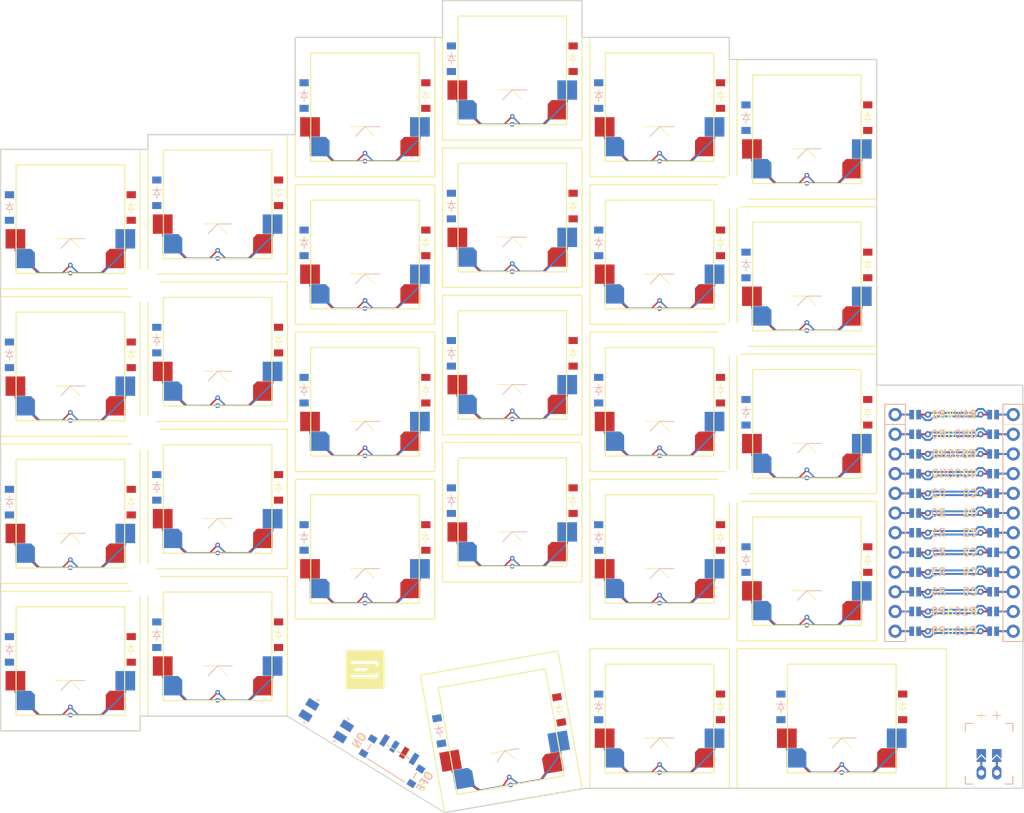
<source format=kicad_pcb>
(kicad_pcb (version 20240108) (generator "ergogen") (generator_version "4.2.1")
  (title_block (title "scyline_mx") (date "2025-12-18") (rev "1") (company "Scybin"))
  (layers (0 "F.Cu" signal) (31 "B.Cu" signal) (34 "B.Paste" user) (35 "F.Paste" user) (36 "B.SilkS" user "B.Silkscreen") (37 "F.SilkS" user "F.Silkscreen") (38 "B.Mask" user) (39 "F.Mask" user) (44 "Edge.Cuts" user))
  (net 0 "")
  (net 1 "C0")
  (net 2 "outer_bottom_B")
  (net 3 "GND")
  (net 4 "D1")
  (net 5 "D2")
  (net 6 "outer_home_B")
  (net 7 "outer_upper_B")
  (net 8 "outer_top_B")
  (net 9 "C1")
  (net 10 "pinky_bottom_B")
  (net 11 "pinky_home_B")
  (net 12 "pinky_upper_B")
  (net 13 "pinky_top_B")
  (net 14 "C2")
  (net 15 "ring_bottom_B")
  (net 16 "ring_home_B")
  (net 17 "ring_upper_B")
  (net 18 "ring_top_B")
  (net 19 "C3")
  (net 20 "middle_bottom_B")
  (net 21 "middle_home_B")
  (net 22 "middle_upper_B")
  (net 23 "middle_top_B")
  (net 24 "C4")
  (net 25 "index_bottom_B")
  (net 26 "index_home_B")
  (net 27 "index_upper_B")
  (net 28 "index_top_B")
  (net 29 "C5")
  (net 30 "inner_bottom_B")
  (net 31 "inner_home_B")
  (net 32 "inner_upper_B")
  (net 33 "inner_top_B")
  (net 34 "tuck_cluster_B")
  (net 35 "layer_cluster_B")
  (net 36 "space_cluster_B")
  (net 37 "R3")
  (net 38 "R2")
  (net 39 "R1")
  (net 40 "R0")
  (net 41 "R4")
  (net 42 "RAW")
  (net 43 "RST")
  (net 44 "VCC")
  (net 45 "P16")
  (net 46 "P10")
  (net 47 "P1")
  (net 48 "P0")
  (net 49 "P2")
  (net 50 "P8")
  (net 51 "P9")
  (net 52 "P101")
  (net 53 "P102")
  (net 54 "P107")
  (net 55 "MCU1_24")
  (net 56 "MCU1_1")
  (net 57 "MCU1_23")
  (net 58 "MCU1_2")
  (net 59 "MCU1_22")
  (net 60 "MCU1_3")
  (net 61 "MCU1_21")
  (net 62 "MCU1_4")
  (net 63 "MCU1_20")
  (net 64 "MCU1_5")
  (net 65 "MCU1_19")
  (net 66 "MCU1_6")
  (net 67 "MCU1_18")
  (net 68 "MCU1_7")
  (net 69 "MCU1_17")
  (net 70 "MCU1_8")
  (net 71 "MCU1_16")
  (net 72 "MCU1_9")
  (net 73 "MCU1_15")
  (net 74 "MCU1_10")
  (net 75 "MCU1_14")
  (net 76 "MCU1_11")
  (net 77 "MCU1_13")
  (net 78 "MCU1_12")
  (net 79 "BAT_P")
  (net 80 "JST1_1")
  (net 81 "JST1_2")
  (footprint "ceoloide:switch_mx" (layer "B.Cu") (at 100 150 180)
    (property "Reference" "S1" hide)
  )
  (segment (start 105.842 155.08) (end 103.963 156.959) (width 0.2) (layer "F.Cu") (net 2))
  (segment (start 103.963 156.959) (end 100 156.959) (width 0.2) (layer "F.Cu") (net 1))
  (via (at 100 156.959) (size 0.6) (drill 0.3) (layers "F.Cu" "B.Cu") (net 1))
  (segment (start 100 156.959) (end 96.037 156.9595) (width 0.2) (layer "B.Cu") (net 1))
  (segment (start 96.037 156.959) (end 94.158 155.08) (width 0.2) (layer "B.Cu") (net 1))
  (segment (start 100 155.93) (end 98.971 156.959) (width 0.2) (layer "F.Cu") (net 2))
  (segment (start 95.834 156.959) (end 92.915 154.04) (width 0.2) (layer "F.Cu") (net 2))
  (segment (start 92.915 154.04) (end 92.915 152.54) (width 0.2) (layer "F.Cu") (net 2))
  (segment (start 98.971 156.959) (end 95.834 156.959) (width 0.2) (layer "F.Cu") (net 2))
  (via (at 100 155.93) (size 0.6) (drill 0.3) (layers "F.Cu" "B.Cu") (net 2))
  (segment (start 104.166 156.959) (end 101.029 156.959) (width 0.2) (layer "B.Cu") (net 2))
  (segment (start 107.085 152.54) (end 107.085 154.04) (width 0.2) (layer "B.Cu") (net 2))
  (segment (start 107.085 154.04) (end 104.166 156.959) (width 0.2) (layer "B.Cu") (net 2))
  (segment (start 101.029 156.959) (end 100 155.93) (width 0.2) (layer "B.Cu") (net 2))
  (footprint "ceoloide:switch_mx" (layer "B.Cu") (at 100 131 180)
    (property "Reference" "S2" hide)
  )
  (segment (start 105.842 136.08) (end 103.963 137.959) (width 0.2) (layer "F.Cu") (net 6))
  (segment (start 103.963 137.959) (end 100 137.959) (width 0.2) (layer "F.Cu") (net 1))
  (via (at 100 137.959) (size 0.6) (drill 0.3) (layers "F.Cu" "B.Cu") (net 1))
  (segment (start 100 137.959) (end 96.037 137.9595) (width 0.2) (layer "B.Cu") (net 1))
  (segment (start 96.037 137.959) (end 94.158 136.08) (width 0.2) (layer "B.Cu") (net 1))
  (segment (start 100 136.93) (end 98.971 137.959) (width 0.2) (layer "F.Cu") (net 6))
  (segment (start 95.834 137.959) (end 92.915 135.04) (width 0.2) (layer "F.Cu") (net 6))
  (segment (start 92.915 135.04) (end 92.915 133.54) (width 0.2) (layer "F.Cu") (net 6))
  (segment (start 98.971 137.959) (end 95.834 137.959) (width 0.2) (layer "F.Cu") (net 6))
  (via (at 100 136.93) (size 0.6) (drill 0.3) (layers "F.Cu" "B.Cu") (net 6))
  (segment (start 104.166 137.959) (end 101.029 137.959) (width 0.2) (layer "B.Cu") (net 6))
  (segment (start 107.085 133.54) (end 107.085 135.04) (width 0.2) (layer "B.Cu") (net 6))
  (segment (start 107.085 135.04) (end 104.166 137.959) (width 0.2) (layer "B.Cu") (net 6))
  (segment (start 101.029 137.959) (end 100 136.93) (width 0.2) (layer "B.Cu") (net 6))
  (footprint "ceoloide:switch_mx" (layer "B.Cu") (at 100 112 180)
    (property "Reference" "S3" hide)
  )
  (segment (start 105.842 117.08) (end 103.963 118.959) (width 0.2) (layer "F.Cu") (net 7))
  (segment (start 103.963 118.959) (end 100 118.959) (width 0.2) (layer "F.Cu") (net 1))
  (via (at 100 118.959) (size 0.6) (drill 0.3) (layers "F.Cu" "B.Cu") (net 1))
  (segment (start 100 118.959) (end 96.037 118.9595) (width 0.2) (layer "B.Cu") (net 1))
  (segment (start 96.037 118.959) (end 94.158 117.08) (width 0.2) (layer "B.Cu") (net 1))
  (segment (start 100 117.93) (end 98.971 118.959) (width 0.2) (layer "F.Cu") (net 7))
  (segment (start 95.834 118.959) (end 92.915 116.04) (width 0.2) (layer "F.Cu") (net 7))
  (segment (start 92.915 116.04) (end 92.915 114.54) (width 0.2) (layer "F.Cu") (net 7))
  (segment (start 98.971 118.959) (end 95.834 118.959) (width 0.2) (layer "F.Cu") (net 7))
  (via (at 100 117.93) (size 0.6) (drill 0.3) (layers "F.Cu" "B.Cu") (net 7))
  (segment (start 104.166 118.959) (end 101.029 118.959) (width 0.2) (layer "B.Cu") (net 7))
  (segment (start 107.085 114.54) (end 107.085 116.04) (width 0.2) (layer "B.Cu") (net 7))
  (segment (start 107.085 116.04) (end 104.166 118.959) (width 0.2) (layer "B.Cu") (net 7))
  (segment (start 101.029 118.959) (end 100 117.93) (width 0.2) (layer "B.Cu") (net 7))
  (footprint "ceoloide:switch_mx" (layer "B.Cu") (at 100 93 180)
    (property "Reference" "S4" hide)
  )
  (segment (start 105.842 98.08) (end 103.963 99.959) (width 0.2) (layer "F.Cu") (net 8))
  (segment (start 103.963 99.959) (end 100 99.959) (width 0.2) (layer "F.Cu") (net 1))
  (via (at 100 99.959) (size 0.6) (drill 0.3) (layers "F.Cu" "B.Cu") (net 1))
  (segment (start 100 99.959) (end 96.037 99.9595) (width 0.2) (layer "B.Cu") (net 1))
  (segment (start 96.037 99.959) (end 94.158 98.08) (width 0.2) (layer "B.Cu") (net 1))
  (segment (start 100 98.93) (end 98.971 99.959) (width 0.2) (layer "F.Cu") (net 8))
  (segment (start 95.834 99.959) (end 92.915 97.04) (width 0.2) (layer "F.Cu") (net 8))
  (segment (start 92.915 97.04) (end 92.915 95.54) (width 0.2) (layer "F.Cu") (net 8))
  (segment (start 98.971 99.959) (end 95.834 99.959) (width 0.2) (layer "F.Cu") (net 8))
  (via (at 100 98.93) (size 0.6) (drill 0.3) (layers "F.Cu" "B.Cu") (net 8))
  (segment (start 104.166 99.959) (end 101.029 99.959) (width 0.2) (layer "B.Cu") (net 8))
  (segment (start 107.085 95.54) (end 107.085 97.04) (width 0.2) (layer "B.Cu") (net 8))
  (segment (start 107.085 97.04) (end 104.166 99.959) (width 0.2) (layer "B.Cu") (net 8))
  (segment (start 101.029 99.959) (end 100 98.93) (width 0.2) (layer "B.Cu") (net 8))
  (footprint "ceoloide:switch_mx" (layer "B.Cu") (at 119 148.1 180)
    (property "Reference" "S5" hide)
  )
  (segment (start 124.842 153.18) (end 122.963 155.059) (width 0.2) (layer "F.Cu") (net 10))
  (segment (start 122.963 155.059) (end 119 155.059) (width 0.2) (layer "F.Cu") (net 9))
  (via (at 119 155.059) (size 0.6) (drill 0.3) (layers "F.Cu" "B.Cu") (net 9))
  (segment (start 119 155.059) (end 115.037 155.05949999999999) (width 0.2) (layer "B.Cu") (net 9))
  (segment (start 115.037 155.059) (end 113.158 153.18) (width 0.2) (layer "B.Cu") (net 9))
  (segment (start 119 154.03) (end 117.971 155.059) (width 0.2) (layer "F.Cu") (net 10))
  (segment (start 114.834 155.059) (end 111.915 152.14) (width 0.2) (layer "F.Cu") (net 10))
  (segment (start 111.915 152.14) (end 111.915 150.64) (width 0.2) (layer "F.Cu") (net 10))
  (segment (start 117.971 155.059) (end 114.834 155.059) (width 0.2) (layer "F.Cu") (net 10))
  (via (at 119 154.03) (size 0.6) (drill 0.3) (layers "F.Cu" "B.Cu") (net 10))
  (segment (start 123.166 155.059) (end 120.029 155.059) (width 0.2) (layer "B.Cu") (net 10))
  (segment (start 126.085 150.64) (end 126.085 152.14) (width 0.2) (layer "B.Cu") (net 10))
  (segment (start 126.085 152.14) (end 123.166 155.059) (width 0.2) (layer "B.Cu") (net 10))
  (segment (start 120.029 155.059) (end 119 154.03) (width 0.2) (layer "B.Cu") (net 10))
  (footprint "ceoloide:switch_mx" (layer "B.Cu") (at 119 129.1 180)
    (property "Reference" "S6" hide)
  )
  (segment (start 124.842 134.18) (end 122.963 136.059) (width 0.2) (layer "F.Cu") (net 11))
  (segment (start 122.963 136.059) (end 119 136.059) (width 0.2) (layer "F.Cu") (net 9))
  (via (at 119 136.059) (size 0.6) (drill 0.3) (layers "F.Cu" "B.Cu") (net 9))
  (segment (start 119 136.059) (end 115.037 136.05949999999999) (width 0.2) (layer "B.Cu") (net 9))
  (segment (start 115.037 136.059) (end 113.158 134.18) (width 0.2) (layer "B.Cu") (net 9))
  (segment (start 119 135.03) (end 117.971 136.059) (width 0.2) (layer "F.Cu") (net 11))
  (segment (start 114.834 136.059) (end 111.915 133.14) (width 0.2) (layer "F.Cu") (net 11))
  (segment (start 111.915 133.14) (end 111.915 131.64) (width 0.2) (layer "F.Cu") (net 11))
  (segment (start 117.971 136.059) (end 114.834 136.059) (width 0.2) (layer "F.Cu") (net 11))
  (via (at 119 135.03) (size 0.6) (drill 0.3) (layers "F.Cu" "B.Cu") (net 11))
  (segment (start 123.166 136.059) (end 120.029 136.059) (width 0.2) (layer "B.Cu") (net 11))
  (segment (start 126.085 131.64) (end 126.085 133.14) (width 0.2) (layer "B.Cu") (net 11))
  (segment (start 126.085 133.14) (end 123.166 136.059) (width 0.2) (layer "B.Cu") (net 11))
  (segment (start 120.029 136.059) (end 119 135.03) (width 0.2) (layer "B.Cu") (net 11))
  (footprint "ceoloide:switch_mx" (layer "B.Cu") (at 119 110.1 180)
    (property "Reference" "S7" hide)
  )
  (segment (start 124.842 115.17999999999999) (end 122.963 117.059) (width 0.2) (layer "F.Cu") (net 12))
  (segment (start 122.963 117.059) (end 119 117.059) (width 0.2) (layer "F.Cu") (net 9))
  (via (at 119 117.059) (size 0.6) (drill 0.3) (layers "F.Cu" "B.Cu") (net 9))
  (segment (start 119 117.059) (end 115.037 117.0595) (width 0.2) (layer "B.Cu") (net 9))
  (segment (start 115.037 117.059) (end 113.158 115.17999999999999) (width 0.2) (layer "B.Cu") (net 9))
  (segment (start 119 116.03) (end 117.971 117.059) (width 0.2) (layer "F.Cu") (net 12))
  (segment (start 114.834 117.059) (end 111.915 114.14) (width 0.2) (layer "F.Cu") (net 12))
  (segment (start 111.915 114.14) (end 111.915 112.64) (width 0.2) (layer "F.Cu") (net 12))
  (segment (start 117.971 117.059) (end 114.834 117.059) (width 0.2) (layer "F.Cu") (net 12))
  (via (at 119 116.03) (size 0.6) (drill 0.3) (layers "F.Cu" "B.Cu") (net 12))
  (segment (start 123.166 117.059) (end 120.029 117.059) (width 0.2) (layer "B.Cu") (net 12))
  (segment (start 126.085 112.64) (end 126.085 114.14) (width 0.2) (layer "B.Cu") (net 12))
  (segment (start 126.085 114.14) (end 123.166 117.059) (width 0.2) (layer "B.Cu") (net 12))
  (segment (start 120.029 117.059) (end 119 116.03) (width 0.2) (layer "B.Cu") (net 12))
  (footprint "ceoloide:switch_mx" (layer "B.Cu") (at 119 91.1 180)
    (property "Reference" "S8" hide)
  )
  (segment (start 124.842 96.17999999999999) (end 122.963 98.059) (width 0.2) (layer "F.Cu") (net 13))
  (segment (start 122.963 98.059) (end 119 98.059) (width 0.2) (layer "F.Cu") (net 9))
  (via (at 119 98.059) (size 0.6) (drill 0.3) (layers "F.Cu" "B.Cu") (net 9))
  (segment (start 119 98.059) (end 115.037 98.0595) (width 0.2) (layer "B.Cu") (net 9))
  (segment (start 115.037 98.059) (end 113.158 96.17999999999999) (width 0.2) (layer "B.Cu") (net 9))
  (segment (start 119 97.03) (end 117.971 98.059) (width 0.2) (layer "F.Cu") (net 13))
  (segment (start 114.834 98.059) (end 111.915 95.14) (width 0.2) (layer "F.Cu") (net 13))
  (segment (start 111.915 95.14) (end 111.915 93.64) (width 0.2) (layer "F.Cu") (net 13))
  (segment (start 117.971 98.059) (end 114.834 98.059) (width 0.2) (layer "F.Cu") (net 13))
  (via (at 119 97.03) (size 0.6) (drill 0.3) (layers "F.Cu" "B.Cu") (net 13))
  (segment (start 123.166 98.059) (end 120.029 98.059) (width 0.2) (layer "B.Cu") (net 13))
  (segment (start 126.085 93.64) (end 126.085 95.14) (width 0.2) (layer "B.Cu") (net 13))
  (segment (start 126.085 95.14) (end 123.166 98.059) (width 0.2) (layer "B.Cu") (net 13))
  (segment (start 120.029 98.059) (end 119 97.03) (width 0.2) (layer "B.Cu") (net 13))
  (footprint "ceoloide:switch_mx" (layer "B.Cu") (at 138 135.56 180)
    (property "Reference" "S9" hide)
  )
  (segment (start 143.842 140.64000000000001) (end 141.963 142.519) (width 0.2) (layer "F.Cu") (net 15))
  (segment (start 141.963 142.519) (end 138 142.519) (width 0.2) (layer "F.Cu") (net 14))
  (via (at 138 142.519) (size 0.6) (drill 0.3) (layers "F.Cu" "B.Cu") (net 14))
  (segment (start 138 142.519) (end 134.037 142.5195) (width 0.2) (layer "B.Cu") (net 14))
  (segment (start 134.037 142.519) (end 132.158 140.64000000000001) (width 0.2) (layer "B.Cu") (net 14))
  (segment (start 138 141.49) (end 136.971 142.519) (width 0.2) (layer "F.Cu") (net 15))
  (segment (start 133.834 142.519) (end 130.915 139.6) (width 0.2) (layer "F.Cu") (net 15))
  (segment (start 130.915 139.6) (end 130.915 138.1) (width 0.2) (layer "F.Cu") (net 15))
  (segment (start 136.971 142.519) (end 133.834 142.519) (width 0.2) (layer "F.Cu") (net 15))
  (via (at 138 141.49) (size 0.6) (drill 0.3) (layers "F.Cu" "B.Cu") (net 15))
  (segment (start 142.166 142.519) (end 139.029 142.519) (width 0.2) (layer "B.Cu") (net 15))
  (segment (start 145.085 138.1) (end 145.085 139.6) (width 0.2) (layer "B.Cu") (net 15))
  (segment (start 145.085 139.6) (end 142.166 142.519) (width 0.2) (layer "B.Cu") (net 15))
  (segment (start 139.029 142.519) (end 138 141.49) (width 0.2) (layer "B.Cu") (net 15))
  (footprint "ceoloide:switch_mx" (layer "B.Cu") (at 138 116.56 180)
    (property "Reference" "S10" hide)
  )
  (segment (start 143.842 121.64) (end 141.963 123.519) (width 0.2) (layer "F.Cu") (net 16))
  (segment (start 141.963 123.519) (end 138 123.519) (width 0.2) (layer "F.Cu") (net 14))
  (via (at 138 123.519) (size 0.6) (drill 0.3) (layers "F.Cu" "B.Cu") (net 14))
  (segment (start 138 123.519) (end 134.037 123.51950000000001) (width 0.2) (layer "B.Cu") (net 14))
  (segment (start 134.037 123.519) (end 132.158 121.64) (width 0.2) (layer "B.Cu") (net 14))
  (segment (start 138 122.49000000000001) (end 136.971 123.519) (width 0.2) (layer "F.Cu") (net 16))
  (segment (start 133.834 123.519) (end 130.915 120.60000000000001) (width 0.2) (layer "F.Cu") (net 16))
  (segment (start 130.915 120.60000000000001) (end 130.915 119.10000000000001) (width 0.2) (layer "F.Cu") (net 16))
  (segment (start 136.971 123.519) (end 133.834 123.519) (width 0.2) (layer "F.Cu") (net 16))
  (via (at 138 122.49000000000001) (size 0.6) (drill 0.3) (layers "F.Cu" "B.Cu") (net 16))
  (segment (start 142.166 123.519) (end 139.029 123.519) (width 0.2) (layer "B.Cu") (net 16))
  (segment (start 145.085 119.10000000000001) (end 145.085 120.60000000000001) (width 0.2) (layer "B.Cu") (net 16))
  (segment (start 145.085 120.60000000000001) (end 142.166 123.519) (width 0.2) (layer "B.Cu") (net 16))
  (segment (start 139.029 123.519) (end 138 122.49000000000001) (width 0.2) (layer "B.Cu") (net 16))
  (footprint "ceoloide:switch_mx" (layer "B.Cu") (at 138 97.56 180)
    (property "Reference" "S11" hide)
  )
  (segment (start 143.842 102.64) (end 141.963 104.519) (width 0.2) (layer "F.Cu") (net 17))
  (segment (start 141.963 104.519) (end 138 104.519) (width 0.2) (layer "F.Cu") (net 14))
  (via (at 138 104.519) (size 0.6) (drill 0.3) (layers "F.Cu" "B.Cu") (net 14))
  (segment (start 138 104.519) (end 134.037 104.51950000000001) (width 0.2) (layer "B.Cu") (net 14))
  (segment (start 134.037 104.519) (end 132.158 102.64) (width 0.2) (layer "B.Cu") (net 14))
  (segment (start 138 103.49000000000001) (end 136.971 104.519) (width 0.2) (layer "F.Cu") (net 17))
  (segment (start 133.834 104.519) (end 130.915 101.60000000000001) (width 0.2) (layer "F.Cu") (net 17))
  (segment (start 130.915 101.60000000000001) (end 130.915 100.10000000000001) (width 0.2) (layer "F.Cu") (net 17))
  (segment (start 136.971 104.519) (end 133.834 104.519) (width 0.2) (layer "F.Cu") (net 17))
  (via (at 138 103.49000000000001) (size 0.6) (drill 0.3) (layers "F.Cu" "B.Cu") (net 17))
  (segment (start 142.166 104.519) (end 139.029 104.519) (width 0.2) (layer "B.Cu") (net 17))
  (segment (start 145.085 100.10000000000001) (end 145.085 101.60000000000001) (width 0.2) (layer "B.Cu") (net 17))
  (segment (start 145.085 101.60000000000001) (end 142.166 104.519) (width 0.2) (layer "B.Cu") (net 17))
  (segment (start 139.029 104.519) (end 138 103.49000000000001) (width 0.2) (layer "B.Cu") (net 17))
  (footprint "ceoloide:switch_mx" (layer "B.Cu") (at 138 78.56 180)
    (property "Reference" "S12" hide)
  )
  (segment (start 143.842 83.64) (end 141.963 85.519) (width 0.2) (layer "F.Cu") (net 18))
  (segment (start 141.963 85.519) (end 138 85.519) (width 0.2) (layer "F.Cu") (net 14))
  (via (at 138 85.519) (size 0.6) (drill 0.3) (layers "F.Cu" "B.Cu") (net 14))
  (segment (start 138 85.519) (end 134.037 85.51950000000001) (width 0.2) (layer "B.Cu") (net 14))
  (segment (start 134.037 85.519) (end 132.158 83.64) (width 0.2) (layer "B.Cu") (net 14))
  (segment (start 138 84.49000000000001) (end 136.971 85.519) (width 0.2) (layer "F.Cu") (net 18))
  (segment (start 133.834 85.519) (end 130.915 82.60000000000001) (width 0.2) (layer "F.Cu") (net 18))
  (segment (start 130.915 82.60000000000001) (end 130.915 81.10000000000001) (width 0.2) (layer "F.Cu") (net 18))
  (segment (start 136.971 85.519) (end 133.834 85.519) (width 0.2) (layer "F.Cu") (net 18))
  (via (at 138 84.49000000000001) (size 0.6) (drill 0.3) (layers "F.Cu" "B.Cu") (net 18))
  (segment (start 142.166 85.519) (end 139.029 85.519) (width 0.2) (layer "B.Cu") (net 18))
  (segment (start 145.085 81.10000000000001) (end 145.085 82.60000000000001) (width 0.2) (layer "B.Cu") (net 18))
  (segment (start 145.085 82.60000000000001) (end 142.166 85.519) (width 0.2) (layer "B.Cu") (net 18))
  (segment (start 139.029 85.519) (end 138 84.49000000000001) (width 0.2) (layer "B.Cu") (net 18))
  (footprint "ceoloide:switch_mx" (layer "B.Cu") (at 157 130.81 180)
    (property "Reference" "S13" hide)
  )
  (segment (start 162.842 135.89000000000001) (end 160.963 137.769) (width 0.2) (layer "F.Cu") (net 20))
  (segment (start 160.963 137.769) (end 157 137.769) (width 0.2) (layer "F.Cu") (net 19))
  (via (at 157 137.769) (size 0.6) (drill 0.3) (layers "F.Cu" "B.Cu") (net 19))
  (segment (start 157 137.769) (end 153.037 137.7695) (width 0.2) (layer "B.Cu") (net 19))
  (segment (start 153.037 137.769) (end 151.158 135.89000000000001) (width 0.2) (layer "B.Cu") (net 19))
  (segment (start 157 136.74) (end 155.971 137.769) (width 0.2) (layer "F.Cu") (net 20))
  (segment (start 152.834 137.769) (end 149.915 134.85) (width 0.2) (layer "F.Cu") (net 20))
  (segment (start 149.915 134.85) (end 149.915 133.35) (width 0.2) (layer "F.Cu") (net 20))
  (segment (start 155.971 137.769) (end 152.834 137.769) (width 0.2) (layer "F.Cu") (net 20))
  (via (at 157 136.74) (size 0.6) (drill 0.3) (layers "F.Cu" "B.Cu") (net 20))
  (segment (start 161.166 137.769) (end 158.029 137.769) (width 0.2) (layer "B.Cu") (net 20))
  (segment (start 164.085 133.35) (end 164.085 134.85) (width 0.2) (layer "B.Cu") (net 20))
  (segment (start 164.085 134.85) (end 161.166 137.769) (width 0.2) (layer "B.Cu") (net 20))
  (segment (start 158.029 137.769) (end 157 136.74) (width 0.2) (layer "B.Cu") (net 20))
  (footprint "ceoloide:switch_mx" (layer "B.Cu") (at 157 111.81 180)
    (property "Reference" "S14" hide)
  )
  (segment (start 162.842 116.89) (end 160.963 118.769) (width 0.2) (layer "F.Cu") (net 21))
  (segment (start 160.963 118.769) (end 157 118.769) (width 0.2) (layer "F.Cu") (net 19))
  (via (at 157 118.769) (size 0.6) (drill 0.3) (layers "F.Cu" "B.Cu") (net 19))
  (segment (start 157 118.769) (end 153.037 118.76950000000001) (width 0.2) (layer "B.Cu") (net 19))
  (segment (start 153.037 118.769) (end 151.158 116.89) (width 0.2) (layer "B.Cu") (net 19))
  (segment (start 157 117.74000000000001) (end 155.971 118.769) (width 0.2) (layer "F.Cu") (net 21))
  (segment (start 152.834 118.769) (end 149.915 115.85000000000001) (width 0.2) (layer "F.Cu") (net 21))
  (segment (start 149.915 115.85000000000001) (end 149.915 114.35000000000001) (width 0.2) (layer "F.Cu") (net 21))
  (segment (start 155.971 118.769) (end 152.834 118.769) (width 0.2) (layer "F.Cu") (net 21))
  (via (at 157 117.74000000000001) (size 0.6) (drill 0.3) (layers "F.Cu" "B.Cu") (net 21))
  (segment (start 161.166 118.769) (end 158.029 118.769) (width 0.2) (layer "B.Cu") (net 21))
  (segment (start 164.085 114.35000000000001) (end 164.085 115.85000000000001) (width 0.2) (layer "B.Cu") (net 21))
  (segment (start 164.085 115.85000000000001) (end 161.166 118.769) (width 0.2) (layer "B.Cu") (net 21))
  (segment (start 158.029 118.769) (end 157 117.74000000000001) (width 0.2) (layer "B.Cu") (net 21))
  (footprint "ceoloide:switch_mx" (layer "B.Cu") (at 157 92.81 180)
    (property "Reference" "S15" hide)
  )
  (segment (start 162.842 97.89) (end 160.963 99.769) (width 0.2) (layer "F.Cu") (net 22))
  (segment (start 160.963 99.769) (end 157 99.769) (width 0.2) (layer "F.Cu") (net 19))
  (via (at 157 99.769) (size 0.6) (drill 0.3) (layers "F.Cu" "B.Cu") (net 19))
  (segment (start 157 99.769) (end 153.037 99.76950000000001) (width 0.2) (layer "B.Cu") (net 19))
  (segment (start 153.037 99.769) (end 151.158 97.89) (width 0.2) (layer "B.Cu") (net 19))
  (segment (start 157 98.74000000000001) (end 155.971 99.769) (width 0.2) (layer "F.Cu") (net 22))
  (segment (start 152.834 99.769) (end 149.915 96.85000000000001) (width 0.2) (layer "F.Cu") (net 22))
  (segment (start 149.915 96.85000000000001) (end 149.915 95.35000000000001) (width 0.2) (layer "F.Cu") (net 22))
  (segment (start 155.971 99.769) (end 152.834 99.769) (width 0.2) (layer "F.Cu") (net 22))
  (via (at 157 98.74000000000001) (size 0.6) (drill 0.3) (layers "F.Cu" "B.Cu") (net 22))
  (segment (start 161.166 99.769) (end 158.029 99.769) (width 0.2) (layer "B.Cu") (net 22))
  (segment (start 164.085 95.35000000000001) (end 164.085 96.85000000000001) (width 0.2) (layer "B.Cu") (net 22))
  (segment (start 164.085 96.85000000000001) (end 161.166 99.769) (width 0.2) (layer "B.Cu") (net 22))
  (segment (start 158.029 99.769) (end 157 98.74000000000001) (width 0.2) (layer "B.Cu") (net 22))
  (footprint "ceoloide:switch_mx" (layer "B.Cu") (at 157 73.81 180)
    (property "Reference" "S16" hide)
  )
  (segment (start 162.842 78.89) (end 160.963 80.769) (width 0.2) (layer "F.Cu") (net 23))
  (segment (start 160.963 80.769) (end 157 80.769) (width 0.2) (layer "F.Cu") (net 19))
  (via (at 157 80.769) (size 0.6) (drill 0.3) (layers "F.Cu" "B.Cu") (net 19))
  (segment (start 157 80.769) (end 153.037 80.76950000000001) (width 0.2) (layer "B.Cu") (net 19))
  (segment (start 153.037 80.769) (end 151.158 78.89) (width 0.2) (layer "B.Cu") (net 19))
  (segment (start 157 79.74000000000001) (end 155.971 80.769) (width 0.2) (layer "F.Cu") (net 23))
  (segment (start 152.834 80.769) (end 149.915 77.85000000000001) (width 0.2) (layer "F.Cu") (net 23))
  (segment (start 149.915 77.85000000000001) (end 149.915 76.35000000000001) (width 0.2) (layer "F.Cu") (net 23))
  (segment (start 155.971 80.769) (end 152.834 80.769) (width 0.2) (layer "F.Cu") (net 23))
  (via (at 157 79.74000000000001) (size 0.6) (drill 0.3) (layers "F.Cu" "B.Cu") (net 23))
  (segment (start 161.166 80.769) (end 158.029 80.769) (width 0.2) (layer "B.Cu") (net 23))
  (segment (start 164.085 76.35000000000001) (end 164.085 77.85000000000001) (width 0.2) (layer "B.Cu") (net 23))
  (segment (start 164.085 77.85000000000001) (end 161.166 80.769) (width 0.2) (layer "B.Cu") (net 23))
  (segment (start 158.029 80.769) (end 157 79.74000000000001) (width 0.2) (layer "B.Cu") (net 23))
  (footprint "ceoloide:switch_mx" (layer "B.Cu") (at 176 135.56 180)
    (property "Reference" "S17" hide)
  )
  (segment (start 181.842 140.64000000000001) (end 179.963 142.519) (width 0.2) (layer "F.Cu") (net 25))
  (segment (start 179.963 142.519) (end 176 142.519) (width 0.2) (layer "F.Cu") (net 24))
  (via (at 176 142.519) (size 0.6) (drill 0.3) (layers "F.Cu" "B.Cu") (net 24))
  (segment (start 176 142.519) (end 172.037 142.5195) (width 0.2) (layer "B.Cu") (net 24))
  (segment (start 172.037 142.519) (end 170.158 140.64000000000001) (width 0.2) (layer "B.Cu") (net 24))
  (segment (start 176 141.49) (end 174.971 142.519) (width 0.2) (layer "F.Cu") (net 25))
  (segment (start 171.834 142.519) (end 168.915 139.6) (width 0.2) (layer "F.Cu") (net 25))
  (segment (start 168.915 139.6) (end 168.915 138.1) (width 0.2) (layer "F.Cu") (net 25))
  (segment (start 174.971 142.519) (end 171.834 142.519) (width 0.2) (layer "F.Cu") (net 25))
  (via (at 176 141.49) (size 0.6) (drill 0.3) (layers "F.Cu" "B.Cu") (net 25))
  (segment (start 180.166 142.519) (end 177.029 142.519) (width 0.2) (layer "B.Cu") (net 25))
  (segment (start 183.085 138.1) (end 183.085 139.6) (width 0.2) (layer "B.Cu") (net 25))
  (segment (start 183.085 139.6) (end 180.166 142.519) (width 0.2) (layer "B.Cu") (net 25))
  (segment (start 177.029 142.519) (end 176 141.49) (width 0.2) (layer "B.Cu") (net 25))
  (footprint "ceoloide:switch_mx" (layer "B.Cu") (at 176 116.56 180)
    (property "Reference" "S18" hide)
  )
  (segment (start 181.842 121.64) (end 179.963 123.519) (width 0.2) (layer "F.Cu") (net 26))
  (segment (start 179.963 123.519) (end 176 123.519) (width 0.2) (layer "F.Cu") (net 24))
  (via (at 176 123.519) (size 0.6) (drill 0.3) (layers "F.Cu" "B.Cu") (net 24))
  (segment (start 176 123.519) (end 172.037 123.51950000000001) (width 0.2) (layer "B.Cu") (net 24))
  (segment (start 172.037 123.519) (end 170.158 121.64) (width 0.2) (layer "B.Cu") (net 24))
  (segment (start 176 122.49000000000001) (end 174.971 123.519) (width 0.2) (layer "F.Cu") (net 26))
  (segment (start 171.834 123.519) (end 168.915 120.60000000000001) (width 0.2) (layer "F.Cu") (net 26))
  (segment (start 168.915 120.60000000000001) (end 168.915 119.10000000000001) (width 0.2) (layer "F.Cu") (net 26))
  (segment (start 174.971 123.519) (end 171.834 123.519) (width 0.2) (layer "F.Cu") (net 26))
  (via (at 176 122.49000000000001) (size 0.6) (drill 0.3) (layers "F.Cu" "B.Cu") (net 26))
  (segment (start 180.166 123.519) (end 177.029 123.519) (width 0.2) (layer "B.Cu") (net 26))
  (segment (start 183.085 119.10000000000001) (end 183.085 120.60000000000001) (width 0.2) (layer "B.Cu") (net 26))
  (segment (start 183.085 120.60000000000001) (end 180.166 123.519) (width 0.2) (layer "B.Cu") (net 26))
  (segment (start 177.029 123.519) (end 176 122.49000000000001) (width 0.2) (layer "B.Cu") (net 26))
  (footprint "ceoloide:switch_mx" (layer "B.Cu") (at 176 97.56 180)
    (property "Reference" "S19" hide)
  )
  (segment (start 181.842 102.64) (end 179.963 104.519) (width 0.2) (layer "F.Cu") (net 27))
  (segment (start 179.963 104.519) (end 176 104.519) (width 0.2) (layer "F.Cu") (net 24))
  (via (at 176 104.519) (size 0.6) (drill 0.3) (layers "F.Cu" "B.Cu") (net 24))
  (segment (start 176 104.519) (end 172.037 104.51950000000001) (width 0.2) (layer "B.Cu") (net 24))
  (segment (start 172.037 104.519) (end 170.158 102.64) (width 0.2) (layer "B.Cu") (net 24))
  (segment (start 176 103.49000000000001) (end 174.971 104.519) (width 0.2) (layer "F.Cu") (net 27))
  (segment (start 171.834 104.519) (end 168.915 101.60000000000001) (width 0.2) (layer "F.Cu") (net 27))
  (segment (start 168.915 101.60000000000001) (end 168.915 100.10000000000001) (width 0.2) (layer "F.Cu") (net 27))
  (segment (start 174.971 104.519) (end 171.834 104.519) (width 0.2) (layer "F.Cu") (net 27))
  (via (at 176 103.49000000000001) (size 0.6) (drill 0.3) (layers "F.Cu" "B.Cu") (net 27))
  (segment (start 180.166 104.519) (end 177.029 104.519) (width 0.2) (layer "B.Cu") (net 27))
  (segment (start 183.085 100.10000000000001) (end 183.085 101.60000000000001) (width 0.2) (layer "B.Cu") (net 27))
  (segment (start 183.085 101.60000000000001) (end 180.166 104.519) (width 0.2) (layer "B.Cu") (net 27))
  (segment (start 177.029 104.519) (end 176 103.49000000000001) (width 0.2) (layer "B.Cu") (net 27))
  (footprint "ceoloide:switch_mx" (layer "B.Cu") (at 176 78.56 180)
    (property "Reference" "S20" hide)
  )
  (segment (start 181.842 83.64) (end 179.963 85.519) (width 0.2) (layer "F.Cu") (net 28))
  (segment (start 179.963 85.519) (end 176 85.519) (width 0.2) (layer "F.Cu") (net 24))
  (via (at 176 85.519) (size 0.6) (drill 0.3) (layers "F.Cu" "B.Cu") (net 24))
  (segment (start 176 85.519) (end 172.037 85.51950000000001) (width 0.2) (layer "B.Cu") (net 24))
  (segment (start 172.037 85.519) (end 170.158 83.64) (width 0.2) (layer "B.Cu") (net 24))
  (segment (start 176 84.49000000000001) (end 174.971 85.519) (width 0.2) (layer "F.Cu") (net 28))
  (segment (start 171.834 85.519) (end 168.915 82.60000000000001) (width 0.2) (layer "F.Cu") (net 28))
  (segment (start 168.915 82.60000000000001) (end 168.915 81.10000000000001) (width 0.2) (layer "F.Cu") (net 28))
  (segment (start 174.971 85.519) (end 171.834 85.519) (width 0.2) (layer "F.Cu") (net 28))
  (via (at 176 84.49000000000001) (size 0.6) (drill 0.3) (layers "F.Cu" "B.Cu") (net 28))
  (segment (start 180.166 85.519) (end 177.029 85.519) (width 0.2) (layer "B.Cu") (net 28))
  (segment (start 183.085 81.10000000000001) (end 183.085 82.60000000000001) (width 0.2) (layer "B.Cu") (net 28))
  (segment (start 183.085 82.60000000000001) (end 180.166 85.519) (width 0.2) (layer "B.Cu") (net 28))
  (segment (start 177.029 85.519) (end 176 84.49000000000001) (width 0.2) (layer "B.Cu") (net 28))
  (footprint "ceoloide:switch_mx" (layer "B.Cu") (at 195 138.41 180)
    (property "Reference" "S21" hide)
  )
  (segment (start 200.842 143.49) (end 198.963 145.369) (width 0.2) (layer "F.Cu") (net 30))
  (segment (start 198.963 145.369) (end 195 145.369) (width 0.2) (layer "F.Cu") (net 29))
  (via (at 195 145.369) (size 0.6) (drill 0.3) (layers "F.Cu" "B.Cu") (net 29))
  (segment (start 195 145.369) (end 191.037 145.3695) (width 0.2) (layer "B.Cu") (net 29))
  (segment (start 191.037 145.369) (end 189.158 143.49) (width 0.2) (layer "B.Cu") (net 29))
  (segment (start 195 144.34) (end 193.971 145.369) (width 0.2) (layer "F.Cu") (net 30))
  (segment (start 190.834 145.369) (end 187.915 142.45) (width 0.2) (layer "F.Cu") (net 30))
  (segment (start 187.915 142.45) (end 187.915 140.95) (width 0.2) (layer "F.Cu") (net 30))
  (segment (start 193.971 145.369) (end 190.834 145.369) (width 0.2) (layer "F.Cu") (net 30))
  (via (at 195 144.34) (size 0.6) (drill 0.3) (layers "F.Cu" "B.Cu") (net 30))
  (segment (start 199.166 145.369) (end 196.029 145.369) (width 0.2) (layer "B.Cu") (net 30))
  (segment (start 202.085 140.95) (end 202.085 142.45) (width 0.2) (layer "B.Cu") (net 30))
  (segment (start 202.085 142.45) (end 199.166 145.369) (width 0.2) (layer "B.Cu") (net 30))
  (segment (start 196.029 145.369) (end 195 144.34) (width 0.2) (layer "B.Cu") (net 30))
  (footprint "ceoloide:switch_mx" (layer "B.Cu") (at 195 119.41 180)
    (property "Reference" "S22" hide)
  )
  (segment (start 200.842 124.49) (end 198.963 126.369) (width 0.2) (layer "F.Cu") (net 31))
  (segment (start 198.963 126.369) (end 195 126.369) (width 0.2) (layer "F.Cu") (net 29))
  (via (at 195 126.369) (size 0.6) (drill 0.3) (layers "F.Cu" "B.Cu") (net 29))
  (segment (start 195 126.369) (end 191.037 126.3695) (width 0.2) (layer "B.Cu") (net 29))
  (segment (start 191.037 126.369) (end 189.158 124.49) (width 0.2) (layer "B.Cu") (net 29))
  (segment (start 195 125.34) (end 193.971 126.369) (width 0.2) (layer "F.Cu") (net 31))
  (segment (start 190.834 126.369) (end 187.915 123.45) (width 0.2) (layer "F.Cu") (net 31))
  (segment (start 187.915 123.45) (end 187.915 121.95) (width 0.2) (layer "F.Cu") (net 31))
  (segment (start 193.971 126.369) (end 190.834 126.369) (width 0.2) (layer "F.Cu") (net 31))
  (via (at 195 125.34) (size 0.6) (drill 0.3) (layers "F.Cu" "B.Cu") (net 31))
  (segment (start 199.166 126.369) (end 196.029 126.369) (width 0.2) (layer "B.Cu") (net 31))
  (segment (start 202.085 121.95) (end 202.085 123.45) (width 0.2) (layer "B.Cu") (net 31))
  (segment (start 202.085 123.45) (end 199.166 126.369) (width 0.2) (layer "B.Cu") (net 31))
  (segment (start 196.029 126.369) (end 195 125.34) (width 0.2) (layer "B.Cu") (net 31))
  (footprint "ceoloide:switch_mx" (layer "B.Cu") (at 195 100.41 180)
    (property "Reference" "S23" hide)
  )
  (segment (start 200.842 105.49) (end 198.963 107.369) (width 0.2) (layer "F.Cu") (net 32))
  (segment (start 198.963 107.369) (end 195 107.369) (width 0.2) (layer "F.Cu") (net 29))
  (via (at 195 107.369) (size 0.6) (drill 0.3) (layers "F.Cu" "B.Cu") (net 29))
  (segment (start 195 107.369) (end 191.037 107.3695) (width 0.2) (layer "B.Cu") (net 29))
  (segment (start 191.037 107.369) (end 189.158 105.49) (width 0.2) (layer "B.Cu") (net 29))
  (segment (start 195 106.34) (end 193.971 107.369) (width 0.2) (layer "F.Cu") (net 32))
  (segment (start 190.834 107.369) (end 187.915 104.45) (width 0.2) (layer "F.Cu") (net 32))
  (segment (start 187.915 104.45) (end 187.915 102.95) (width 0.2) (layer "F.Cu") (net 32))
  (segment (start 193.971 107.369) (end 190.834 107.369) (width 0.2) (layer "F.Cu") (net 32))
  (via (at 195 106.34) (size 0.6) (drill 0.3) (layers "F.Cu" "B.Cu") (net 32))
  (segment (start 199.166 107.369) (end 196.029 107.369) (width 0.2) (layer "B.Cu") (net 32))
  (segment (start 202.085 102.95) (end 202.085 104.45) (width 0.2) (layer "B.Cu") (net 32))
  (segment (start 202.085 104.45) (end 199.166 107.369) (width 0.2) (layer "B.Cu") (net 32))
  (segment (start 196.029 107.369) (end 195 106.34) (width 0.2) (layer "B.Cu") (net 32))
  (footprint "ceoloide:switch_mx" (layer "B.Cu") (at 195 81.41 180)
    (property "Reference" "S24" hide)
  )
  (segment (start 200.842 86.49) (end 198.963 88.369) (width 0.2) (layer "F.Cu") (net 33))
  (segment (start 198.963 88.369) (end 195 88.369) (width 0.2) (layer "F.Cu") (net 29))
  (via (at 195 88.369) (size 0.6) (drill 0.3) (layers "F.Cu" "B.Cu") (net 29))
  (segment (start 195 88.369) (end 191.037 88.3695) (width 0.2) (layer "B.Cu") (net 29))
  (segment (start 191.037 88.369) (end 189.158 86.49) (width 0.2) (layer "B.Cu") (net 29))
  (segment (start 195 87.34) (end 193.971 88.369) (width 0.2) (layer "F.Cu") (net 33))
  (segment (start 190.834 88.369) (end 187.915 85.45) (width 0.2) (layer "F.Cu") (net 33))
  (segment (start 187.915 85.45) (end 187.915 83.95) (width 0.2) (layer "F.Cu") (net 33))
  (segment (start 193.971 88.369) (end 190.834 88.369) (width 0.2) (layer "F.Cu") (net 33))
  (via (at 195 87.34) (size 0.6) (drill 0.3) (layers "F.Cu" "B.Cu") (net 33))
  (segment (start 199.166 88.369) (end 196.029 88.369) (width 0.2) (layer "B.Cu") (net 33))
  (segment (start 202.085 83.95) (end 202.085 85.45) (width 0.2) (layer "B.Cu") (net 33))
  (segment (start 202.085 85.45) (end 199.166 88.369) (width 0.2) (layer "B.Cu") (net 33))
  (segment (start 196.029 88.369) (end 195 87.34) (width 0.2) (layer "B.Cu") (net 33))
  (footprint "ceoloide:switch_mx" (layer "B.Cu") (at 155.575 159.12 190)
    (property "Reference" "S25" hide)
  )
  (segment (start 162.21037959999998 163.1083707) (end 160.6862108 165.2851094) (width 0.2) (layer "F.Cu") (net 34))
  (segment (start 160.6862108 165.2851094) (end 156.7834177 165.9732772) (width 0.2) (layer "F.Cu") (net 14))
  (via (at 156.7834177 165.9732772) (size 0.6) (drill 0.3) (layers "F.Cu" "B.Cu") (net 14))
  (segment (start 156.7834177 165.9732772) (end 152.8807114 166.6619373) (width 0.2) (layer "B.Cu") (net 14))
  (segment (start 152.88062449999998 166.6614449) (end 150.7038858 165.137276) (width 0.2) (layer "B.Cu") (net 14))
  (segment (start 156.6047337 164.95991) (end 155.7700505 166.1519611) (width 0.2) (layer "F.Cu") (net 34))
  (segment (start 152.6807086 166.6966955) (end 149.29917569999998 164.3289207) (width 0.2) (layer "F.Cu") (net 34))
  (segment (start 149.29917569999998 164.3289207) (end 149.03870339999997 162.851709) (width 0.2) (layer "F.Cu") (net 34))
  (segment (start 155.7700505 166.1519611) (end 152.6807086 166.6966955) (width 0.2) (layer "F.Cu") (net 34))
  (via (at 156.6047337 164.95991) (size 0.6) (drill 0.3) (layers "F.Cu" "B.Cu") (net 34))
  (segment (start 160.8861268 165.2498588) (end 157.79678479999998 165.7945932) (width 0.2) (layer "B.Cu") (net 34))
  (segment (start 162.9934293 160.3911144) (end 163.25390159999998 161.868326) (width 0.2) (layer "B.Cu") (net 34))
  (segment (start 163.25390159999998 161.868326) (end 160.8861268 165.2498588) (width 0.2) (layer "B.Cu") (net 34))
  (segment (start 157.79678479999998 165.7945932) (end 156.6047337 164.95991) (width 0.2) (layer "B.Cu") (net 34))
  (footprint "ceoloide:switch_mx" (layer "B.Cu") (at 176 157.41 180)
    (property "Reference" "S26" hide)
  )
  (segment (start 181.842 162.49) (end 179.963 164.369) (width 0.2) (layer "F.Cu") (net 35))
  (segment (start 179.963 164.369) (end 176 164.369) (width 0.2) (layer "F.Cu") (net 19))
  (via (at 176 164.369) (size 0.6) (drill 0.3) (layers "F.Cu" "B.Cu") (net 19))
  (segment (start 176 164.369) (end 172.037 164.3695) (width 0.2) (layer "B.Cu") (net 19))
  (segment (start 172.037 164.369) (end 170.158 162.49) (width 0.2) (layer "B.Cu") (net 19))
  (segment (start 176 163.34) (end 174.971 164.369) (width 0.2) (layer "F.Cu") (net 35))
  (segment (start 171.834 164.369) (end 168.915 161.45) (width 0.2) (layer "F.Cu") (net 35))
  (segment (start 168.915 161.45) (end 168.915 159.95) (width 0.2) (layer "F.Cu") (net 35))
  (segment (start 174.971 164.369) (end 171.834 164.369) (width 0.2) (layer "F.Cu") (net 35))
  (via (at 176 163.34) (size 0.6) (drill 0.3) (layers "F.Cu" "B.Cu") (net 35))
  (segment (start 180.166 164.369) (end 177.029 164.369) (width 0.2) (layer "B.Cu") (net 35))
  (segment (start 183.085 159.95) (end 183.085 161.45) (width 0.2) (layer "B.Cu") (net 35))
  (segment (start 183.085 161.45) (end 180.166 164.369) (width 0.2) (layer "B.Cu") (net 35))
  (segment (start 177.029 164.369) (end 176 163.34) (width 0.2) (layer "B.Cu") (net 35))
  (footprint "ceoloide:switch_mx" (layer "B.Cu") (at 199.5 157.41 180)
    (property "Reference" "S27" hide)
  )
  (segment (start 205.342 162.49) (end 203.463 164.369) (width 0.2) (layer "F.Cu") (net 36))
  (segment (start 203.463 164.369) (end 199.5 164.369) (width 0.2) (layer "F.Cu") (net 24))
  (via (at 199.5 164.369) (size 0.6) (drill 0.3) (layers "F.Cu" "B.Cu") (net 24))
  (segment (start 199.5 164.369) (end 195.537 164.3695) (width 0.2) (layer "B.Cu") (net 24))
  (segment (start 195.537 164.369) (end 193.658 162.49) (width 0.2) (layer "B.Cu") (net 24))
  (segment (start 199.5 163.34) (end 198.471 164.369) (width 0.2) (layer "F.Cu") (net 36))
  (segment (start 195.334 164.369) (end 192.415 161.45) (width 0.2) (layer "F.Cu") (net 36))
  (segment (start 192.415 161.45) (end 192.415 159.95) (width 0.2) (layer "F.Cu") (net 36))
  (segment (start 198.471 164.369) (end 195.334 164.369) (width 0.2) (layer "F.Cu") (net 36))
  (via (at 199.5 163.34) (size 0.6) (drill 0.3) (layers "F.Cu" "B.Cu") (net 36))
  (segment (start 203.666 164.369) (end 200.529 164.369) (width 0.2) (layer "B.Cu") (net 36))
  (segment (start 206.585 159.95) (end 206.585 161.45) (width 0.2) (layer "B.Cu") (net 36))
  (segment (start 206.585 161.45) (end 203.666 164.369) (width 0.2) (layer "B.Cu") (net 36))
  (segment (start 200.529 164.369) (end 199.5 163.34) (width 0.2) (layer "B.Cu") (net 36))
  (footprint "ceoloide:diode_tht_sod123" (layer "B.Cu") (at 92.15 148.5 -90)
    (property "Reference" "D1" hide)
  )
  (footprint "ceoloide:diode_tht_sod123" (layer "B.Cu") (at 92.15 129.5 -90)
    (property "Reference" "D2" hide)
  )
  (footprint "ceoloide:diode_tht_sod123" (layer "B.Cu") (at 92.15 110.5 -90)
    (property "Reference" "D3" hide)
  )
  (footprint "ceoloide:diode_tht_sod123" (layer "B.Cu") (at 92.15 91.5 -90)
    (property "Reference" "D4" hide)
  )
  (footprint "ceoloide:diode_tht_sod123" (layer "B.Cu") (at 111.15 146.6 -90)
    (property "Reference" "D5" hide)
  )
  (footprint "ceoloide:diode_tht_sod123" (layer "B.Cu") (at 111.15 127.6 -90)
    (property "Reference" "D6" hide)
  )
  (footprint "ceoloide:diode_tht_sod123" (layer "B.Cu") (at 111.15 108.6 -90)
    (property "Reference" "D7" hide)
  )
  (footprint "ceoloide:diode_tht_sod123" (layer "B.Cu") (at 111.15 89.6 -90)
    (property "Reference" "D8" hide)
  )
  (footprint "ceoloide:diode_tht_sod123" (layer "B.Cu") (at 130.15 134.06 -90)
    (property "Reference" "D9" hide)
  )
  (footprint "ceoloide:diode_tht_sod123" (layer "B.Cu") (at 130.15 115.06 -90)
    (property "Reference" "D10" hide)
  )
  (footprint "ceoloide:diode_tht_sod123" (layer "B.Cu") (at 130.15 96.06 -90)
    (property "Reference" "D11" hide)
  )
  (footprint "ceoloide:diode_tht_sod123" (layer "B.Cu") (at 130.15 77.06 -90)
    (property "Reference" "D12" hide)
  )
  (footprint "ceoloide:diode_tht_sod123" (layer "B.Cu") (at 149.15 129.31 -90)
    (property "Reference" "D13" hide)
  )
  (footprint "ceoloide:diode_tht_sod123" (layer "B.Cu") (at 149.15 110.31 -90)
    (property "Reference" "D14" hide)
  )
  (footprint "ceoloide:diode_tht_sod123" (layer "B.Cu") (at 149.15 91.31 -90)
    (property "Reference" "D15" hide)
  )
  (footprint "ceoloide:diode_tht_sod123" (layer "B.Cu") (at 149.15 72.31 -90)
    (property "Reference" "D16" hide)
  )
  (footprint "ceoloide:diode_tht_sod123" (layer "B.Cu") (at 168.15 134.06 -90)
    (property "Reference" "D17" hide)
  )
  (footprint "ceoloide:diode_tht_sod123" (layer "B.Cu") (at 168.15 115.06 -90)
    (property "Reference" "D18" hide)
  )
  (footprint "ceoloide:diode_tht_sod123" (layer "B.Cu") (at 168.15 96.06 -90)
    (property "Reference" "D19" hide)
  )
  (footprint "ceoloide:diode_tht_sod123" (layer "B.Cu") (at 168.15 77.06 -90)
    (property "Reference" "D20" hide)
  )
  (footprint "ceoloide:diode_tht_sod123" (layer "B.Cu") (at 187.15 136.91 -90)
    (property "Reference" "D21" hide)
  )
  (footprint "ceoloide:diode_tht_sod123" (layer "B.Cu") (at 187.15 117.91 -90)
    (property "Reference" "D22" hide)
  )
  (footprint "ceoloide:diode_tht_sod123" (layer "B.Cu") (at 187.15 98.91 -90)
    (property "Reference" "D23" hide)
  )
  (footprint "ceoloide:diode_tht_sod123" (layer "B.Cu") (at 187.15 79.91 -90)
    (property "Reference" "D24" hide)
  )
  (footprint "ceoloide:diode_tht_sod123" (layer "B.Cu") (at 147.58378689999998 159.0059266 -80)
    (property "Reference" "D25" hide)
  )
  (footprint "ceoloide:diode_tht_sod123" (layer "B.Cu") (at 168.15 155.91 -90)
    (property "Reference" "D26" hide)
  )
  (footprint "ceoloide:diode_tht_sod123" (layer "B.Cu") (at 191.65 155.91 -90)
    (property "Reference" "D27" hide)
  )
  (footprint "ceoloide:diode_tht_sod123" (layer "F.Cu") (at 107.85 148.5 -90)
    (property "Reference" "D28" hide)
  )
  (footprint "ceoloide:diode_tht_sod123" (layer "F.Cu") (at 107.85 129.5 -90)
    (property "Reference" "D29" hide)
  )
  (footprint "ceoloide:diode_tht_sod123" (layer "F.Cu") (at 107.85 110.5 -90)
    (property "Reference" "D30" hide)
  )
  (footprint "ceoloide:diode_tht_sod123" (layer "F.Cu") (at 107.85 91.5 -90)
    (property "Reference" "D31" hide)
  )
  (footprint "ceoloide:diode_tht_sod123" (layer "F.Cu") (at 126.85 146.6 -90)
    (property "Reference" "D32" hide)
  )
  (footprint "ceoloide:diode_tht_sod123" (layer "F.Cu") (at 126.85 127.6 -90)
    (property "Reference" "D33" hide)
  )
  (footprint "ceoloide:diode_tht_sod123" (layer "F.Cu") (at 126.85 108.6 -90)
    (property "Reference" "D34" hide)
  )
  (footprint "ceoloide:diode_tht_sod123" (layer "F.Cu") (at 126.85 89.6 -90)
    (property "Reference" "D35" hide)
  )
  (footprint "ceoloide:diode_tht_sod123" (layer "F.Cu") (at 145.85 134.06 -90)
    (property "Reference" "D36" hide)
  )
  (footprint "ceoloide:diode_tht_sod123" (layer "F.Cu") (at 145.85 115.06 -90)
    (property "Reference" "D37" hide)
  )
  (footprint "ceoloide:diode_tht_sod123" (layer "F.Cu") (at 145.85 96.06 -90)
    (property "Reference" "D38" hide)
  )
  (footprint "ceoloide:diode_tht_sod123" (layer "F.Cu") (at 145.85 77.06 -90)
    (property "Reference" "D39" hide)
  )
  (footprint "ceoloide:diode_tht_sod123" (layer "F.Cu") (at 164.85 129.31 -90)
    (property "Reference" "D40" hide)
  )
  (footprint "ceoloide:diode_tht_sod123" (layer "F.Cu") (at 164.85 110.31 -90)
    (property "Reference" "D41" hide)
  )
  (footprint "ceoloide:diode_tht_sod123" (layer "F.Cu") (at 164.85 91.31 -90)
    (property "Reference" "D42" hide)
  )
  (footprint "ceoloide:diode_tht_sod123" (layer "F.Cu") (at 164.85 72.31 -90)
    (property "Reference" "D43" hide)
  )
  (footprint "ceoloide:diode_tht_sod123" (layer "F.Cu") (at 183.85 134.06 -90)
    (property "Reference" "D44" hide)
  )
  (footprint "ceoloide:diode_tht_sod123" (layer "F.Cu") (at 183.85 115.06 -90)
    (property "Reference" "D45" hide)
  )
  (footprint "ceoloide:diode_tht_sod123" (layer "F.Cu") (at 183.85 96.06 -90)
    (property "Reference" "D46" hide)
  )
  (footprint "ceoloide:diode_tht_sod123" (layer "F.Cu") (at 183.85 77.06 -90)
    (property "Reference" "D47" hide)
  )
  (footprint "ceoloide:diode_tht_sod123" (layer "F.Cu") (at 202.85 136.91 -90)
    (property "Reference" "D48" hide)
  )
  (footprint "ceoloide:diode_tht_sod123" (layer "F.Cu") (at 202.85 117.91 -90)
    (property "Reference" "D49" hide)
  )
  (footprint "ceoloide:diode_tht_sod123" (layer "F.Cu") (at 202.85 98.91 -90)
    (property "Reference" "D50" hide)
  )
  (footprint "ceoloide:diode_tht_sod123" (layer "F.Cu") (at 202.85 79.91 -90)
    (property "Reference" "D51" hide)
  )
  (footprint "ceoloide:diode_tht_sod123" (layer "F.Cu") (at 163.04526859999999 156.2796502 -80)
    (property "Reference" "D52" hide)
  )
  (footprint "ceoloide:diode_tht_sod123" (layer "F.Cu") (at 183.85 155.91 -90)
    (property "Reference" "D53" hide)
  )
  (footprint "ceoloide:diode_tht_sod123" (layer "F.Cu") (at 207.35 155.91 -90)
    (property "Reference" "D54" hide)
  )
  (footprint "ceoloide:mcu_nice_nano" (layer "F.Cu") (at 214 130.91 0)
    (property "Reference" "MCU1" hide)
  )
  (segment (start 218.58 118.21) (end 217.4 118.21) (width 0.25) (layer "F.Cu"))
  (segment (start 209.42 118.21) (end 210.6 118.21) (width 0.25) (layer "F.Cu"))
  (segment (start 206.38 118.21) (end 208.5 118.21) (width 0.25) (layer "F.Cu"))
  (segment (start 206.38 118.21) (end 208.5 118.21) (width 0.25) (layer "B.Cu"))
  (segment (start 219.5 118.21) (end 221.62 118.21) (width 0.25) (layer "F.Cu"))
  (segment (start 221.62 118.21) (end 219.5 118.21) (width 0.25) (layer "B.Cu"))
  (segment (start 211.395305 118.44) (end 217.17 118.44) (width 0.25) (layer "B.Cu"))
  (segment (start 209.225 118.21) (end 209.574695 118.21) (width 0.25) (layer "B.Cu"))
  (segment (start 210.29969499999999 118.935) (end 210.900305 118.935) (width 0.25) (layer "B.Cu"))
  (segment (start 209.574695 118.21) (end 210.29969499999999 118.935) (width 0.25) (layer "B.Cu"))
  (segment (start 210.900305 118.935) (end 211.395305 118.44) (width 0.25) (layer "B.Cu"))
  (segment (start 218.775 118.21) (end 218.425305 118.21) (width 0.25) (layer "B.Cu"))
  (segment (start 216.594695 117.99) (end 210.82 117.99) (width 0.25) (layer "B.Cu"))
  (segment (start 218.425305 118.21) (end 217.70030500000001 117.485) (width 0.25) (layer "B.Cu"))
  (segment (start 217.70030500000001 117.485) (end 217.099695 117.485) (width 0.25) (layer "B.Cu"))
  (segment (start 217.099695 117.485) (end 216.594695 117.99) (width 0.25) (layer "B.Cu"))
  (segment (start 218.58 120.75) (end 217.4 120.75) (width 0.25) (layer "F.Cu"))
  (segment (start 209.42 120.75) (end 210.6 120.75) (width 0.25) (layer "F.Cu"))
  (segment (start 206.38 120.75) (end 208.5 120.75) (width 0.25) (layer "F.Cu"))
  (segment (start 206.38 120.75) (end 208.5 120.75) (width 0.25) (layer "B.Cu"))
  (segment (start 219.5 120.75) (end 221.62 120.75) (width 0.25) (layer "F.Cu"))
  (segment (start 221.62 120.75) (end 219.5 120.75) (width 0.25) (layer "B.Cu"))
  (segment (start 211.395305 120.97999999999999) (end 217.17 120.97999999999999) (width 0.25) (layer "B.Cu"))
  (segment (start 209.225 120.75) (end 209.574695 120.75) (width 0.25) (layer "B.Cu"))
  (segment (start 210.29969499999999 121.475) (end 210.900305 121.475) (width 0.25) (layer "B.Cu"))
  (segment (start 209.574695 120.75) (end 210.29969499999999 121.475) (width 0.25) (layer "B.Cu"))
  (segment (start 210.900305 121.475) (end 211.395305 120.97999999999999) (width 0.25) (layer "B.Cu"))
  (segment (start 218.775 120.75) (end 218.425305 120.75) (width 0.25) (layer "B.Cu"))
  (segment (start 216.594695 120.53) (end 210.82 120.53) (width 0.25) (layer "B.Cu"))
  (segment (start 218.425305 120.75) (end 217.70030500000001 120.02499999999999) (width 0.25) (layer "B.Cu"))
  (segment (start 217.70030500000001 120.02499999999999) (end 217.099695 120.02499999999999) (width 0.25) (layer "B.Cu"))
  (segment (start 217.099695 120.02499999999999) (end 216.594695 120.53) (width 0.25) (layer "B.Cu"))
  (segment (start 218.58 123.28999999999999) (end 217.4 123.28999999999999) (width 0.25) (layer "F.Cu"))
  (segment (start 209.42 123.28999999999999) (end 210.6 123.28999999999999) (width 0.25) (layer "F.Cu"))
  (segment (start 206.38 123.28999999999999) (end 208.5 123.28999999999999) (width 0.25) (layer "F.Cu"))
  (segment (start 206.38 123.28999999999999) (end 208.5 123.28999999999999) (width 0.25) (layer "B.Cu"))
  (segment (start 219.5 123.28999999999999) (end 221.62 123.28999999999999) (width 0.25) (layer "F.Cu"))
  (segment (start 221.62 123.28999999999999) (end 219.5 123.28999999999999) (width 0.25) (layer "B.Cu"))
  (segment (start 211.395305 123.52) (end 217.17 123.52) (width 0.25) (layer "B.Cu"))
  (segment (start 209.225 123.28999999999999) (end 209.574695 123.28999999999999) (width 0.25) (layer "B.Cu"))
  (segment (start 210.29969499999999 124.015) (end 210.900305 124.015) (width 0.25) (layer "B.Cu"))
  (segment (start 209.574695 123.28999999999999) (end 210.29969499999999 124.015) (width 0.25) (layer "B.Cu"))
  (segment (start 210.900305 124.015) (end 211.395305 123.52) (width 0.25) (layer "B.Cu"))
  (segment (start 218.775 123.28999999999999) (end 218.425305 123.28999999999999) (width 0.25) (layer "B.Cu"))
  (segment (start 216.594695 123.07) (end 210.82 123.07) (width 0.25) (layer "B.Cu"))
  (segment (start 218.425305 123.28999999999999) (end 217.70030500000001 122.565) (width 0.25) (layer "B.Cu"))
  (segment (start 217.70030500000001 122.565) (end 217.099695 122.565) (width 0.25) (layer "B.Cu"))
  (segment (start 217.099695 122.565) (end 216.594695 123.07) (width 0.25) (layer "B.Cu"))
  (segment (start 218.58 125.83) (end 217.4 125.83) (width 0.25) (layer "F.Cu"))
  (segment (start 209.42 125.83) (end 210.6 125.83) (width 0.25) (layer "F.Cu"))
  (segment (start 206.38 125.83) (end 208.5 125.83) (width 0.25) (layer "F.Cu"))
  (segment (start 206.38 125.83) (end 208.5 125.83) (width 0.25) (layer "B.Cu"))
  (segment (start 219.5 125.83) (end 221.62 125.83) (width 0.25) (layer "F.Cu"))
  (segment (start 221.62 125.83) (end 219.5 125.83) (width 0.25) (layer "B.Cu"))
  (segment (start 211.395305 126.06) (end 217.17 126.06) (width 0.25) (layer "B.Cu"))
  (segment (start 209.225 125.83) (end 209.574695 125.83) (width 0.25) (layer "B.Cu"))
  (segment (start 210.29969499999999 126.55499999999999) (end 210.900305 126.55499999999999) (width 0.25) (layer "B.Cu"))
  (segment (start 209.574695 125.83) (end 210.29969499999999 126.55499999999999) (width 0.25) (layer "B.Cu"))
  (segment (start 210.900305 126.55499999999999) (end 211.395305 126.06) (width 0.25) (layer "B.Cu"))
  (segment (start 218.775 125.83) (end 218.425305 125.83) (width 0.25) (layer "B.Cu"))
  (segment (start 216.594695 125.61) (end 210.82 125.61) (width 0.25) (layer "B.Cu"))
  (segment (start 218.425305 125.83) (end 217.70030500000001 125.10499999999999) (width 0.25) (layer "B.Cu"))
  (segment (start 217.70030500000001 125.10499999999999) (end 217.099695 125.10499999999999) (width 0.25) (layer "B.Cu"))
  (segment (start 217.099695 125.10499999999999) (end 216.594695 125.61) (width 0.25) (layer "B.Cu"))
  (segment (start 218.58 128.37) (end 217.4 128.37) (width 0.25) (layer "F.Cu"))
  (segment (start 209.42 128.37) (end 210.6 128.37) (width 0.25) (layer "F.Cu"))
  (segment (start 206.38 128.37) (end 208.5 128.37) (width 0.25) (layer "F.Cu"))
  (segment (start 206.38 128.37) (end 208.5 128.37) (width 0.25) (layer "B.Cu"))
  (segment (start 219.5 128.37) (end 221.62 128.37) (width 0.25) (layer "F.Cu"))
  (segment (start 221.62 128.37) (end 219.5 128.37) (width 0.25) (layer "B.Cu"))
  (segment (start 211.395305 128.6) (end 217.17 128.6) (width 0.25) (layer "B.Cu"))
  (segment (start 209.225 128.37) (end 209.574695 128.37) (width 0.25) (layer "B.Cu"))
  (segment (start 210.29969499999999 129.095) (end 210.900305 129.095) (width 0.25) (layer "B.Cu"))
  (segment (start 209.574695 128.37) (end 210.29969499999999 129.095) (width 0.25) (layer "B.Cu"))
  (segment (start 210.900305 129.095) (end 211.395305 128.6) (width 0.25) (layer "B.Cu"))
  (segment (start 218.775 128.37) (end 218.425305 128.37) (width 0.25) (layer "B.Cu"))
  (segment (start 216.594695 128.15) (end 210.82 128.15) (width 0.25) (layer "B.Cu"))
  (segment (start 218.425305 128.37) (end 217.70030500000001 127.645) (width 0.25) (layer "B.Cu"))
  (segment (start 217.70030500000001 127.645) (end 217.099695 127.645) (width 0.25) (layer "B.Cu"))
  (segment (start 217.099695 127.645) (end 216.594695 128.15) (width 0.25) (layer "B.Cu"))
  (segment (start 218.58 130.91) (end 217.4 130.91) (width 0.25) (layer "F.Cu"))
  (segment (start 209.42 130.91) (end 210.6 130.91) (width 0.25) (layer "F.Cu"))
  (segment (start 206.38 130.91) (end 208.5 130.91) (width 0.25) (layer "F.Cu"))
  (segment (start 206.38 130.91) (end 208.5 130.91) (width 0.25) (layer "B.Cu"))
  (segment (start 219.5 130.91) (end 221.62 130.91) (width 0.25) (layer "F.Cu"))
  (segment (start 221.62 130.91) (end 219.5 130.91) (width 0.25) (layer "B.Cu"))
  (segment (start 211.395305 131.14) (end 217.17 131.14) (width 0.25) (layer "B.Cu"))
  (segment (start 209.225 130.91) (end 209.574695 130.91) (width 0.25) (layer "B.Cu"))
  (segment (start 210.29969499999999 131.635) (end 210.900305 131.635) (width 0.25) (layer "B.Cu"))
  (segment (start 209.574695 130.91) (end 210.29969499999999 131.635) (width 0.25) (layer "B.Cu"))
  (segment (start 210.900305 131.635) (end 211.395305 131.14) (width 0.25) (layer "B.Cu"))
  (segment (start 218.775 130.91) (end 218.425305 130.91) (width 0.25) (layer "B.Cu"))
  (segment (start 216.594695 130.69) (end 210.82 130.69) (width 0.25) (layer "B.Cu"))
  (segment (start 218.425305 130.91) (end 217.70030500000001 130.185) (width 0.25) (layer "B.Cu"))
  (segment (start 217.70030500000001 130.185) (end 217.099695 130.185) (width 0.25) (layer "B.Cu"))
  (segment (start 217.099695 130.185) (end 216.594695 130.69) (width 0.25) (layer "B.Cu"))
  (segment (start 218.58 133.45) (end 217.4 133.45) (width 0.25) (layer "F.Cu"))
  (segment (start 209.42 133.45) (end 210.6 133.45) (width 0.25) (layer "F.Cu"))
  (segment (start 206.38 133.45) (end 208.5 133.45) (width 0.25) (layer "F.Cu"))
  (segment (start 206.38 133.45) (end 208.5 133.45) (width 0.25) (layer "B.Cu"))
  (segment (start 219.5 133.45) (end 221.62 133.45) (width 0.25) (layer "F.Cu"))
  (segment (start 221.62 133.45) (end 219.5 133.45) (width 0.25) (layer "B.Cu"))
  (segment (start 211.395305 133.68) (end 217.17 133.68) (width 0.25) (layer "B.Cu"))
  (segment (start 209.225 133.45) (end 209.574695 133.45) (width 0.25) (layer "B.Cu"))
  (segment (start 210.29969499999999 134.17499999999998) (end 210.900305 134.17499999999998) (width 0.25) (layer "B.Cu"))
  (segment (start 209.574695 133.45) (end 210.29969499999999 134.17499999999998) (width 0.25) (layer "B.Cu"))
  (segment (start 210.900305 134.17499999999998) (end 211.395305 133.68) (width 0.25) (layer "B.Cu"))
  (segment (start 218.775 133.45) (end 218.425305 133.45) (width 0.25) (layer "B.Cu"))
  (segment (start 216.594695 133.23) (end 210.82 133.23) (width 0.25) (layer "B.Cu"))
  (segment (start 218.425305 133.45) (end 217.70030500000001 132.725) (width 0.25) (layer "B.Cu"))
  (segment (start 217.70030500000001 132.725) (end 217.099695 132.725) (width 0.25) (layer "B.Cu"))
  (segment (start 217.099695 132.725) (end 216.594695 133.23) (width 0.25) (layer "B.Cu"))
  (segment (start 218.58 135.99) (end 217.4 135.99) (width 0.25) (layer "F.Cu"))
  (segment (start 209.42 135.99) (end 210.6 135.99) (width 0.25) (layer "F.Cu"))
  (segment (start 206.38 135.99) (end 208.5 135.99) (width 0.25) (layer "F.Cu"))
  (segment (start 206.38 135.99) (end 208.5 135.99) (width 0.25) (layer "B.Cu"))
  (segment (start 219.5 135.99) (end 221.62 135.99) (width 0.25) (layer "F.Cu"))
  (segment (start 221.62 135.99) (end 219.5 135.99) (width 0.25) (layer "B.Cu"))
  (segment (start 211.395305 136.22) (end 217.17 136.22) (width 0.25) (layer "B.Cu"))
  (segment (start 209.225 135.99) (end 209.574695 135.99) (width 0.25) (layer "B.Cu"))
  (segment (start 210.29969499999999 136.715) (end 210.900305 136.715) (width 0.25) (layer "B.Cu"))
  (segment (start 209.574695 135.99) (end 210.29969499999999 136.715) (width 0.25) (layer "B.Cu"))
  (segment (start 210.900305 136.715) (end 211.395305 136.22) (width 0.25) (layer "B.Cu"))
  (segment (start 218.775 135.99) (end 218.425305 135.99) (width 0.25) (layer "B.Cu"))
  (segment (start 216.594695 135.77) (end 210.82 135.77) (width 0.25) (layer "B.Cu"))
  (segment (start 218.425305 135.99) (end 217.70030500000001 135.265) (width 0.25) (layer "B.Cu"))
  (segment (start 217.70030500000001 135.265) (end 217.099695 135.265) (width 0.25) (layer "B.Cu"))
  (segment (start 217.099695 135.265) (end 216.594695 135.77) (width 0.25) (layer "B.Cu"))
  (segment (start 218.58 138.53) (end 217.4 138.53) (width 0.25) (layer "F.Cu"))
  (segment (start 209.42 138.53) (end 210.6 138.53) (width 0.25) (layer "F.Cu"))
  (segment (start 206.38 138.53) (end 208.5 138.53) (width 0.25) (layer "F.Cu"))
  (segment (start 206.38 138.53) (end 208.5 138.53) (width 0.25) (layer "B.Cu"))
  (segment (start 219.5 138.53) (end 221.62 138.53) (width 0.25) (layer "F.Cu"))
  (segment (start 221.62 138.53) (end 219.5 138.53) (width 0.25) (layer "B.Cu"))
  (segment (start 211.395305 138.76) (end 217.17 138.76) (width 0.25) (layer "B.Cu"))
  (segment (start 209.225 138.53) (end 209.574695 138.53) (width 0.25) (layer "B.Cu"))
  (segment (start 210.29969499999999 139.255) (end 210.900305 139.255) (width 0.25) (layer "B.Cu"))
  (segment (start 209.574695 138.53) (end 210.29969499999999 139.255) (width 0.25) (layer "B.Cu"))
  (segment (start 210.900305 139.255) (end 211.395305 138.76) (width 0.25) (layer "B.Cu"))
  (segment (start 218.775 138.53) (end 218.425305 138.53) (width 0.25) (layer "B.Cu"))
  (segment (start 216.594695 138.31) (end 210.82 138.31) (width 0.25) (layer "B.Cu"))
  (segment (start 218.425305 138.53) (end 217.70030500000001 137.805) (width 0.25) (layer "B.Cu"))
  (segment (start 217.70030500000001 137.805) (end 217.099695 137.805) (width 0.25) (layer "B.Cu"))
  (segment (start 217.099695 137.805) (end 216.594695 138.31) (width 0.25) (layer "B.Cu"))
  (segment (start 218.58 141.07) (end 217.4 141.07) (width 0.25) (layer "F.Cu"))
  (segment (start 209.42 141.07) (end 210.6 141.07) (width 0.25) (layer "F.Cu"))
  (segment (start 206.38 141.07) (end 208.5 141.07) (width 0.25) (layer "F.Cu"))
  (segment (start 206.38 141.07) (end 208.5 141.07) (width 0.25) (layer "B.Cu"))
  (segment (start 219.5 141.07) (end 221.62 141.07) (width 0.25) (layer "F.Cu"))
  (segment (start 221.62 141.07) (end 219.5 141.07) (width 0.25) (layer "B.Cu"))
  (segment (start 211.395305 141.3) (end 217.17 141.3) (width 0.25) (layer "B.Cu"))
  (segment (start 209.225 141.07) (end 209.574695 141.07) (width 0.25) (layer "B.Cu"))
  (segment (start 210.29969499999999 141.795) (end 210.900305 141.795) (width 0.25) (layer "B.Cu"))
  (segment (start 209.574695 141.07) (end 210.29969499999999 141.795) (width 0.25) (layer "B.Cu"))
  (segment (start 210.900305 141.795) (end 211.395305 141.3) (width 0.25) (layer "B.Cu"))
  (segment (start 218.775 141.07) (end 218.425305 141.07) (width 0.25) (layer "B.Cu"))
  (segment (start 216.594695 140.85) (end 210.82 140.85) (width 0.25) (layer "B.Cu"))
  (segment (start 218.425305 141.07) (end 217.70030500000001 140.345) (width 0.25) (layer "B.Cu"))
  (segment (start 217.70030500000001 140.345) (end 217.099695 140.345) (width 0.25) (layer "B.Cu"))
  (segment (start 217.099695 140.345) (end 216.594695 140.85) (width 0.25) (layer "B.Cu"))
  (segment (start 218.58 143.60999999999999) (end 217.4 143.60999999999999) (width 0.25) (layer "F.Cu"))
  (segment (start 209.42 143.60999999999999) (end 210.6 143.60999999999999) (width 0.25) (layer "F.Cu"))
  (segment (start 206.38 143.60999999999999) (end 208.5 143.60999999999999) (width 0.25) (layer "F.Cu"))
  (segment (start 206.38 143.60999999999999) (end 208.5 143.60999999999999) (width 0.25) (layer "B.Cu"))
  (segment (start 219.5 143.60999999999999) (end 221.62 143.60999999999999) (width 0.25) (layer "F.Cu"))
  (segment (start 221.62 143.60999999999999) (end 219.5 143.60999999999999) (width 0.25) (layer "B.Cu"))
  (segment (start 211.395305 143.84) (end 217.17 143.84) (width 0.25) (layer "B.Cu"))
  (segment (start 209.225 143.60999999999999) (end 209.574695 143.60999999999999) (width 0.25) (layer "B.Cu"))
  (segment (start 210.29969499999999 144.335) (end 210.900305 144.335) (width 0.25) (layer "B.Cu"))
  (segment (start 209.574695 143.60999999999999) (end 210.29969499999999 144.335) (width 0.25) (layer "B.Cu"))
  (segment (start 210.900305 144.335) (end 211.395305 143.84) (width 0.25) (layer "B.Cu"))
  (segment (start 218.775 143.60999999999999) (end 218.425305 143.60999999999999) (width 0.25) (layer "B.Cu"))
  (segment (start 216.594695 143.39) (end 210.82 143.39) (width 0.25) (layer "B.Cu"))
  (segment (start 218.425305 143.60999999999999) (end 217.70030500000001 142.885) (width 0.25) (layer "B.Cu"))
  (segment (start 217.70030500000001 142.885) (end 217.099695 142.885) (width 0.25) (layer "B.Cu"))
  (segment (start 217.099695 142.885) (end 216.594695 143.39) (width 0.25) (layer "B.Cu"))
  (segment (start 218.58 146.15) (end 217.4 146.15) (width 0.25) (layer "F.Cu"))
  (segment (start 209.42 146.15) (end 210.6 146.15) (width 0.25) (layer "F.Cu"))
  (segment (start 206.38 146.15) (end 208.5 146.15) (width 0.25) (layer "F.Cu"))
  (segment (start 206.38 146.15) (end 208.5 146.15) (width 0.25) (layer "B.Cu"))
  (segment (start 219.5 146.15) (end 221.62 146.15) (width 0.25) (layer "F.Cu"))
  (segment (start 221.62 146.15) (end 219.5 146.15) (width 0.25) (layer "B.Cu"))
  (segment (start 211.395305 146.38) (end 217.17 146.38) (width 0.25) (layer "B.Cu"))
  (segment (start 209.225 146.15) (end 209.574695 146.15) (width 0.25) (layer "B.Cu"))
  (segment (start 210.29969499999999 146.875) (end 210.900305 146.875) (width 0.25) (layer "B.Cu"))
  (segment (start 209.574695 146.15) (end 210.29969499999999 146.875) (width 0.25) (layer "B.Cu"))
  (segment (start 210.900305 146.875) (end 211.395305 146.38) (width 0.25) (layer "B.Cu"))
  (segment (start 218.775 146.15) (end 218.425305 146.15) (width 0.25) (layer "B.Cu"))
  (segment (start 216.594695 145.93) (end 210.82 145.93) (width 0.25) (layer "B.Cu"))
  (segment (start 218.425305 146.15) (end 217.70030500000001 145.425) (width 0.25) (layer "B.Cu"))
  (segment (start 217.70030500000001 145.425) (end 217.099695 145.425) (width 0.25) (layer "B.Cu"))
  (segment (start 217.099695 145.425) (end 216.594695 145.93) (width 0.25) (layer "B.Cu"))
  (footprint "ceoloide:power_switch_smd_side" (layer "F.Cu") (at 141.5 162.9 -122.2)
    (property "Reference" "PWR1" hide)
  )
  (footprint "ceoloide:reset_switch_smd_side" (layer "F.Cu") (at 133 157.7 148.2)
    (property "Reference" "RST1" hide)
  )
  (footprint "ceoloide:battery_connector_jst_ph_2" (layer "F.Cu") (at 218.5 164.41 180)
    (property "Reference" "JST1" hide)
  )
  (segment (start 219.5 162.60999999999999) (end 219.5 164.41) (width 0.25) (layer "F.Cu") (net 80))
  (segment (start 219.5 162.60999999999999) (end 219.5 164.41) (width 0.25) (layer "B.Cu") (net 80))
  (segment (start 217.5 162.60999999999999) (end 217.5 164.41) (width 0.25) (layer "F.Cu") (net 81))
  (segment (start 217.5 162.60999999999999) (end 217.5 164.41) (width 0.25) (layer "B.Cu") (net 81))
  (footprint "ceoloide:utility_ergogen_logo" (layer "F.Cu") (at 138 151.1 0)
    (property "Reference" "LOGO1" hide)
  )
  (footprint "ceoloide:mounting_hole_npth" (layer "F.Cu") (at 109.5 101.55 0)
    (property "Reference" "MH1" hide)
  )
  (footprint "ceoloide:mounting_hole_npth" (layer "F.Cu") (at 109.5 120.55 0)
    (property "Reference" "MH2" hide)
  )
  (footprint "ceoloide:mounting_hole_npth" (layer "F.Cu") (at 109.5 139.55 0)
    (property "Reference" "MH3" hide)
  )
  (footprint "ceoloide:mounting_hole_npth" (layer "F.Cu") (at 156.2875 144.965 0)
    (property "Reference" "MH4" hide)
  )
  (footprint "ceoloide:mounting_hole_npth" (layer "F.Cu") (at 185.5 89.485 0)
    (property "Reference" "MH5" hide)
  )
  (footprint "ceoloide:mounting_hole_npth" (layer "F.Cu") (at 185.5 108.485 0)
    (property "Reference" "MH6" hide)
  )
  (footprint "ceoloide:mounting_hole_npth" (layer "F.Cu") (at 185.5 127.485 0)
    (property "Reference" "MH7" hide)
  )
  (gr_line (start 91 159) (end 91 84) (layer Edge.Cuts) (stroke (width 0.15)))
  (gr_line (start 91 84) (end 110 84) (layer Edge.Cuts) (stroke (width 0.15)))
  (gr_line (start 110 84) (end 110 82.1) (layer Edge.Cuts) (stroke (width 0.15)))
  (gr_line (start 110 82.1) (end 129 82.1) (layer Edge.Cuts) (stroke (width 0.15)))
  (gr_line (start 129 82.1) (end 129 69.56) (layer Edge.Cuts) (stroke (width 0.15)))
  (gr_line (start 129 69.56) (end 148 69.56) (layer Edge.Cuts) (stroke (width 0.15)))
  (gr_line (start 148 69.56) (end 148 64.81) (layer Edge.Cuts) (stroke (width 0.15)))
  (gr_line (start 148 64.81) (end 166 64.81) (layer Edge.Cuts) (stroke (width 0.15)))
  (gr_line (start 166 64.81) (end 166 69.56) (layer Edge.Cuts) (stroke (width 0.15)))
  (gr_line (start 166 69.56) (end 185 69.56) (layer Edge.Cuts) (stroke (width 0.15)))
  (gr_line (start 185 69.56) (end 185 72.41) (layer Edge.Cuts) (stroke (width 0.15)))
  (gr_line (start 185 72.41) (end 204 72.41) (layer Edge.Cuts) (stroke (width 0.15)))
  (gr_line (start 204 72.41) (end 204 114.41) (layer Edge.Cuts) (stroke (width 0.15)))
  (gr_line (start 204 114.41) (end 222.85 114.41) (layer Edge.Cuts) (stroke (width 0.15)))
  (gr_line (start 222.85 114.41) (end 222.85 166.41) (layer Edge.Cuts) (stroke (width 0.15)))
  (gr_line (start 166.5 166.41) (end 222.85 166.41) (layer Edge.Cuts) (stroke (width 0.15)))
  (gr_line (start 166.5 166.41) (end 148.27456379999998 169.5461034) (layer Edge.Cuts) (stroke (width 0.15)))
  (gr_line (start 148.27456379999998 169.5461034) (end 128 157.1) (layer Edge.Cuts) (stroke (width 0.15)))
  (gr_line (start 128 157.1) (end 109 157.1) (layer Edge.Cuts) (stroke (width 0.15)))
  (gr_line (start 109 157.1) (end 109 159) (layer Edge.Cuts) (stroke (width 0.15)))
  (gr_line (start 109 159) (end 91 159) (layer Edge.Cuts) (stroke (width 0.15)))
  (gr_line (start 91 159) (end 109 159) (layer F.SilkS) (stroke (width 0.15)))
  (gr_line (start 109 159) (end 109 141) (layer F.SilkS) (stroke (width 0.15)))
  (gr_line (start 109 141) (end 91 141) (layer F.SilkS) (stroke (width 0.15)))
  (gr_line (start 91 141) (end 91 159) (layer F.SilkS) (stroke (width 0.15)))
  (gr_line (start 91 140) (end 109 140) (layer F.SilkS) (stroke (width 0.15)))
  (gr_line (start 109 140) (end 109 122) (layer F.SilkS) (stroke (width 0.15)))
  (gr_line (start 109 122) (end 91 122) (layer F.SilkS) (stroke (width 0.15)))
  (gr_line (start 91 122) (end 91 140) (layer F.SilkS) (stroke (width 0.15)))
  (gr_line (start 91 121) (end 109 121) (layer F.SilkS) (stroke (width 0.15)))
  (gr_line (start 109 121) (end 109 103) (layer F.SilkS) (stroke (width 0.15)))
  (gr_line (start 109 103) (end 91 103) (layer F.SilkS) (stroke (width 0.15)))
  (gr_line (start 91 103) (end 91 121) (layer F.SilkS) (stroke (width 0.15)))
  (gr_line (start 91 102) (end 109 102) (layer F.SilkS) (stroke (width 0.15)))
  (gr_line (start 109 102) (end 109 84) (layer F.SilkS) (stroke (width 0.15)))
  (gr_line (start 109 84) (end 91 84) (layer F.SilkS) (stroke (width 0.15)))
  (gr_line (start 91 84) (end 91 102) (layer F.SilkS) (stroke (width 0.15)))
  (gr_line (start 110 157.1) (end 128 157.1) (layer F.SilkS) (stroke (width 0.15)))
  (gr_line (start 128 157.1) (end 128 139.1) (layer F.SilkS) (stroke (width 0.15)))
  (gr_line (start 128 139.1) (end 110 139.1) (layer F.SilkS) (stroke (width 0.15)))
  (gr_line (start 110 139.1) (end 110 157.1) (layer F.SilkS) (stroke (width 0.15)))
  (gr_line (start 110 138.1) (end 128 138.1) (layer F.SilkS) (stroke (width 0.15)))
  (gr_line (start 128 138.1) (end 128 120.1) (layer F.SilkS) (stroke (width 0.15)))
  (gr_line (start 128 120.1) (end 110 120.1) (layer F.SilkS) (stroke (width 0.15)))
  (gr_line (start 110 120.1) (end 110 138.1) (layer F.SilkS) (stroke (width 0.15)))
  (gr_line (start 110 119.1) (end 128 119.1) (layer F.SilkS) (stroke (width 0.15)))
  (gr_line (start 128 119.1) (end 128 101.1) (layer F.SilkS) (stroke (width 0.15)))
  (gr_line (start 128 101.1) (end 110 101.1) (layer F.SilkS) (stroke (width 0.15)))
  (gr_line (start 110 101.1) (end 110 119.1) (layer F.SilkS) (stroke (width 0.15)))
  (gr_line (start 110 100.1) (end 128 100.1) (layer F.SilkS) (stroke (width 0.15)))
  (gr_line (start 128 100.1) (end 128 82.1) (layer F.SilkS) (stroke (width 0.15)))
  (gr_line (start 128 82.1) (end 110 82.1) (layer F.SilkS) (stroke (width 0.15)))
  (gr_line (start 110 82.1) (end 110 100.1) (layer F.SilkS) (stroke (width 0.15)))
  (gr_line (start 129 144.56) (end 147 144.56) (layer F.SilkS) (stroke (width 0.15)))
  (gr_line (start 147 144.56) (end 147 126.56) (layer F.SilkS) (stroke (width 0.15)))
  (gr_line (start 147 126.56) (end 129 126.56) (layer F.SilkS) (stroke (width 0.15)))
  (gr_line (start 129 126.56) (end 129 144.56) (layer F.SilkS) (stroke (width 0.15)))
  (gr_line (start 129 125.56) (end 147 125.56) (layer F.SilkS) (stroke (width 0.15)))
  (gr_line (start 147 125.56) (end 147 107.56) (layer F.SilkS) (stroke (width 0.15)))
  (gr_line (start 147 107.56) (end 129 107.56) (layer F.SilkS) (stroke (width 0.15)))
  (gr_line (start 129 107.56) (end 129 125.56) (layer F.SilkS) (stroke (width 0.15)))
  (gr_line (start 129 106.56) (end 147 106.56) (layer F.SilkS) (stroke (width 0.15)))
  (gr_line (start 147 106.56) (end 147 88.56) (layer F.SilkS) (stroke (width 0.15)))
  (gr_line (start 147 88.56) (end 129 88.56) (layer F.SilkS) (stroke (width 0.15)))
  (gr_line (start 129 88.56) (end 129 106.56) (layer F.SilkS) (stroke (width 0.15)))
  (gr_line (start 129 87.56) (end 147 87.56) (layer F.SilkS) (stroke (width 0.15)))
  (gr_line (start 147 87.56) (end 147 69.56) (layer F.SilkS) (stroke (width 0.15)))
  (gr_line (start 147 69.56) (end 129 69.56) (layer F.SilkS) (stroke (width 0.15)))
  (gr_line (start 129 69.56) (end 129 87.56) (layer F.SilkS) (stroke (width 0.15)))
  (gr_line (start 148 139.81) (end 166 139.81) (layer F.SilkS) (stroke (width 0.15)))
  (gr_line (start 166 139.81) (end 166 121.81) (layer F.SilkS) (stroke (width 0.15)))
  (gr_line (start 166 121.81) (end 148 121.81) (layer F.SilkS) (stroke (width 0.15)))
  (gr_line (start 148 121.81) (end 148 139.81) (layer F.SilkS) (stroke (width 0.15)))
  (gr_line (start 148 120.81) (end 166 120.81) (layer F.SilkS) (stroke (width 0.15)))
  (gr_line (start 166 120.81) (end 166 102.81) (layer F.SilkS) (stroke (width 0.15)))
  (gr_line (start 166 102.81) (end 148 102.81) (layer F.SilkS) (stroke (width 0.15)))
  (gr_line (start 148 102.81) (end 148 120.81) (layer F.SilkS) (stroke (width 0.15)))
  (gr_line (start 148 101.81) (end 166 101.81) (layer F.SilkS) (stroke (width 0.15)))
  (gr_line (start 166 101.81) (end 166 83.81) (layer F.SilkS) (stroke (width 0.15)))
  (gr_line (start 166 83.81) (end 148 83.81) (layer F.SilkS) (stroke (width 0.15)))
  (gr_line (start 148 83.81) (end 148 101.81) (layer F.SilkS) (stroke (width 0.15)))
  (gr_line (start 148 82.81) (end 166 82.81) (layer F.SilkS) (stroke (width 0.15)))
  (gr_line (start 166 82.81) (end 166 64.81) (layer F.SilkS) (stroke (width 0.15)))
  (gr_line (start 166 64.81) (end 148 64.81) (layer F.SilkS) (stroke (width 0.15)))
  (gr_line (start 148 64.81) (end 148 82.81) (layer F.SilkS) (stroke (width 0.15)))
  (gr_line (start 167 144.56) (end 185 144.56) (layer F.SilkS) (stroke (width 0.15)))
  (gr_line (start 185 144.56) (end 185 126.56) (layer F.SilkS) (stroke (width 0.15)))
  (gr_line (start 185 126.56) (end 167 126.56) (layer F.SilkS) (stroke (width 0.15)))
  (gr_line (start 167 126.56) (end 167 144.56) (layer F.SilkS) (stroke (width 0.15)))
  (gr_line (start 167 125.56) (end 185 125.56) (layer F.SilkS) (stroke (width 0.15)))
  (gr_line (start 185 125.56) (end 185 107.56) (layer F.SilkS) (stroke (width 0.15)))
  (gr_line (start 185 107.56) (end 167 107.56) (layer F.SilkS) (stroke (width 0.15)))
  (gr_line (start 167 107.56) (end 167 125.56) (layer F.SilkS) (stroke (width 0.15)))
  (gr_line (start 167 106.56) (end 185 106.56) (layer F.SilkS) (stroke (width 0.15)))
  (gr_line (start 185 106.56) (end 185 88.56) (layer F.SilkS) (stroke (width 0.15)))
  (gr_line (start 185 88.56) (end 167 88.56) (layer F.SilkS) (stroke (width 0.15)))
  (gr_line (start 167 88.56) (end 167 106.56) (layer F.SilkS) (stroke (width 0.15)))
  (gr_line (start 167 87.56) (end 185 87.56) (layer F.SilkS) (stroke (width 0.15)))
  (gr_line (start 185 87.56) (end 185 69.56) (layer F.SilkS) (stroke (width 0.15)))
  (gr_line (start 185 69.56) (end 167 69.56) (layer F.SilkS) (stroke (width 0.15)))
  (gr_line (start 167 69.56) (end 167 87.56) (layer F.SilkS) (stroke (width 0.15)))
  (gr_line (start 186 147.41) (end 204 147.41) (layer F.SilkS) (stroke (width 0.15)))
  (gr_line (start 204 147.41) (end 204 129.41) (layer F.SilkS) (stroke (width 0.15)))
  (gr_line (start 204 129.41) (end 186 129.41) (layer F.SilkS) (stroke (width 0.15)))
  (gr_line (start 186 129.41) (end 186 147.41) (layer F.SilkS) (stroke (width 0.15)))
  (gr_line (start 186 128.41) (end 204 128.41) (layer F.SilkS) (stroke (width 0.15)))
  (gr_line (start 204 128.41) (end 204 110.41) (layer F.SilkS) (stroke (width 0.15)))
  (gr_line (start 204 110.41) (end 186 110.41) (layer F.SilkS) (stroke (width 0.15)))
  (gr_line (start 186 110.41) (end 186 128.41) (layer F.SilkS) (stroke (width 0.15)))
  (gr_line (start 186 109.41) (end 204 109.41) (layer F.SilkS) (stroke (width 0.15)))
  (gr_line (start 204 109.41) (end 204 91.41) (layer F.SilkS) (stroke (width 0.15)))
  (gr_line (start 204 91.41) (end 186 91.41) (layer F.SilkS) (stroke (width 0.15)))
  (gr_line (start 186 91.41) (end 186 109.41) (layer F.SilkS) (stroke (width 0.15)))
  (gr_line (start 186 90.41) (end 204 90.41) (layer F.SilkS) (stroke (width 0.15)))
  (gr_line (start 204 90.41) (end 204 72.41) (layer F.SilkS) (stroke (width 0.15)))
  (gr_line (start 204 72.41) (end 186 72.41) (layer F.SilkS) (stroke (width 0.15)))
  (gr_line (start 186 72.41) (end 186 90.41) (layer F.SilkS) (stroke (width 0.15)))
  (gr_line (start 148.27456379999998 169.5461034) (end 166.00110339999998 166.4204362) (layer F.SilkS) (stroke (width 0.15)))
  (gr_line (start 166.00110339999998 166.4204362) (end 162.8754362 148.69389660000002) (layer F.SilkS) (stroke (width 0.15)))
  (gr_line (start 162.8754362 148.69389660000002) (end 145.1488966 151.8195638) (layer F.SilkS) (stroke (width 0.15)))
  (gr_line (start 145.1488966 151.8195638) (end 148.27456379999998 169.5461034) (layer F.SilkS) (stroke (width 0.15)))
  (gr_line (start 167 166.41) (end 185 166.41) (layer F.SilkS) (stroke (width 0.15)))
  (gr_line (start 185 166.41) (end 185 148.41) (layer F.SilkS) (stroke (width 0.15)))
  (gr_line (start 185 148.41) (end 167 148.41) (layer F.SilkS) (stroke (width 0.15)))
  (gr_line (start 167 148.41) (end 167 166.41) (layer F.SilkS) (stroke (width 0.15)))
  (gr_line (start 186 166.41) (end 213 166.41) (layer F.SilkS) (stroke (width 0.15)))
  (gr_line (start 186 148.41) (end 213 148.41) (layer F.SilkS) (stroke (width 0.15)))
  (gr_line (start 213 166.41) (end 213 148.41) (layer F.SilkS) (stroke (width 0.15)))
  (gr_line (start 186 148.41) (end 186 166.41) (layer F.SilkS) (stroke (width 0.15)))
  (gr_line (start 93 157) (end 107 157) (layer F.SilkS) (stroke (width 0.15)))
  (gr_line (start 107 157) (end 107 143) (layer F.SilkS) (stroke (width 0.15)))
  (gr_line (start 107 143) (end 93 143) (layer F.SilkS) (stroke (width 0.15)))
  (gr_line (start 93 143) (end 93 157) (layer F.SilkS) (stroke (width 0.15)))
  (gr_line (start 93 138) (end 107 138) (layer F.SilkS) (stroke (width 0.15)))
  (gr_line (start 107 138) (end 107 124) (layer F.SilkS) (stroke (width 0.15)))
  (gr_line (start 107 124) (end 93 124) (layer F.SilkS) (stroke (width 0.15)))
  (gr_line (start 93 124) (end 93 138) (layer F.SilkS) (stroke (width 0.15)))
  (gr_line (start 93 119) (end 107 119) (layer F.SilkS) (stroke (width 0.15)))
  (gr_line (start 107 119) (end 107 105) (layer F.SilkS) (stroke (width 0.15)))
  (gr_line (start 107 105) (end 93 105) (layer F.SilkS) (stroke (width 0.15)))
  (gr_line (start 93 105) (end 93 119) (layer F.SilkS) (stroke (width 0.15)))
  (gr_line (start 93 100) (end 107 100) (layer F.SilkS) (stroke (width 0.15)))
  (gr_line (start 107 100) (end 107 86) (layer F.SilkS) (stroke (width 0.15)))
  (gr_line (start 107 86) (end 93 86) (layer F.SilkS) (stroke (width 0.15)))
  (gr_line (start 93 86) (end 93 100) (layer F.SilkS) (stroke (width 0.15)))
  (gr_line (start 112 155.1) (end 126 155.1) (layer F.SilkS) (stroke (width 0.15)))
  (gr_line (start 126 155.1) (end 126 141.1) (layer F.SilkS) (stroke (width 0.15)))
  (gr_line (start 126 141.1) (end 112 141.1) (layer F.SilkS) (stroke (width 0.15)))
  (gr_line (start 112 141.1) (end 112 155.1) (layer F.SilkS) (stroke (width 0.15)))
  (gr_line (start 112 136.1) (end 126 136.1) (layer F.SilkS) (stroke (width 0.15)))
  (gr_line (start 126 136.1) (end 126 122.1) (layer F.SilkS) (stroke (width 0.15)))
  (gr_line (start 126 122.1) (end 112 122.1) (layer F.SilkS) (stroke (width 0.15)))
  (gr_line (start 112 122.1) (end 112 136.1) (layer F.SilkS) (stroke (width 0.15)))
  (gr_line (start 112 117.1) (end 126 117.1) (layer F.SilkS) (stroke (width 0.15)))
  (gr_line (start 126 117.1) (end 126 103.1) (layer F.SilkS) (stroke (width 0.15)))
  (gr_line (start 126 103.1) (end 112 103.1) (layer F.SilkS) (stroke (width 0.15)))
  (gr_line (start 112 103.1) (end 112 117.1) (layer F.SilkS) (stroke (width 0.15)))
  (gr_line (start 112 98.1) (end 126 98.1) (layer F.SilkS) (stroke (width 0.15)))
  (gr_line (start 126 98.1) (end 126 84.1) (layer F.SilkS) (stroke (width 0.15)))
  (gr_line (start 126 84.1) (end 112 84.1) (layer F.SilkS) (stroke (width 0.15)))
  (gr_line (start 112 84.1) (end 112 98.1) (layer F.SilkS) (stroke (width 0.15)))
  (gr_line (start 131 142.56) (end 145 142.56) (layer F.SilkS) (stroke (width 0.15)))
  (gr_line (start 145 142.56) (end 145 128.56) (layer F.SilkS) (stroke (width 0.15)))
  (gr_line (start 145 128.56) (end 131 128.56) (layer F.SilkS) (stroke (width 0.15)))
  (gr_line (start 131 128.56) (end 131 142.56) (layer F.SilkS) (stroke (width 0.15)))
  (gr_line (start 131 123.56) (end 145 123.56) (layer F.SilkS) (stroke (width 0.15)))
  (gr_line (start 145 123.56) (end 145 109.56) (layer F.SilkS) (stroke (width 0.15)))
  (gr_line (start 145 109.56) (end 131 109.56) (layer F.SilkS) (stroke (width 0.15)))
  (gr_line (start 131 109.56) (end 131 123.56) (layer F.SilkS) (stroke (width 0.15)))
  (gr_line (start 131 104.56) (end 145 104.56) (layer F.SilkS) (stroke (width 0.15)))
  (gr_line (start 145 104.56) (end 145 90.56) (layer F.SilkS) (stroke (width 0.15)))
  (gr_line (start 145 90.56) (end 131 90.56) (layer F.SilkS) (stroke (width 0.15)))
  (gr_line (start 131 90.56) (end 131 104.56) (layer F.SilkS) (stroke (width 0.15)))
  (gr_line (start 131 85.56) (end 145 85.56) (layer F.SilkS) (stroke (width 0.15)))
  (gr_line (start 145 85.56) (end 145 71.56) (layer F.SilkS) (stroke (width 0.15)))
  (gr_line (start 145 71.56) (end 131 71.56) (layer F.SilkS) (stroke (width 0.15)))
  (gr_line (start 131 71.56) (end 131 85.56) (layer F.SilkS) (stroke (width 0.15)))
  (gr_line (start 150 137.81) (end 164 137.81) (layer F.SilkS) (stroke (width 0.15)))
  (gr_line (start 164 137.81) (end 164 123.81) (layer F.SilkS) (stroke (width 0.15)))
  (gr_line (start 164 123.81) (end 150 123.81) (layer F.SilkS) (stroke (width 0.15)))
  (gr_line (start 150 123.81) (end 150 137.81) (layer F.SilkS) (stroke (width 0.15)))
  (gr_line (start 150 118.81) (end 164 118.81) (layer F.SilkS) (stroke (width 0.15)))
  (gr_line (start 164 118.81) (end 164 104.81) (layer F.SilkS) (stroke (width 0.15)))
  (gr_line (start 164 104.81) (end 150 104.81) (layer F.SilkS) (stroke (width 0.15)))
  (gr_line (start 150 104.81) (end 150 118.81) (layer F.SilkS) (stroke (width 0.15)))
  (gr_line (start 150 99.81) (end 164 99.81) (layer F.SilkS) (stroke (width 0.15)))
  (gr_line (start 164 99.81) (end 164 85.81) (layer F.SilkS) (stroke (width 0.15)))
  (gr_line (start 164 85.81) (end 150 85.81) (layer F.SilkS) (stroke (width 0.15)))
  (gr_line (start 150 85.81) (end 150 99.81) (layer F.SilkS) (stroke (width 0.15)))
  (gr_line (start 150 80.81) (end 164 80.81) (layer F.SilkS) (stroke (width 0.15)))
  (gr_line (start 164 80.81) (end 164 66.81) (layer F.SilkS) (stroke (width 0.15)))
  (gr_line (start 164 66.81) (end 150 66.81) (layer F.SilkS) (stroke (width 0.15)))
  (gr_line (start 150 66.81) (end 150 80.81) (layer F.SilkS) (stroke (width 0.15)))
  (gr_line (start 169 142.56) (end 183 142.56) (layer F.SilkS) (stroke (width 0.15)))
  (gr_line (start 183 142.56) (end 183 128.56) (layer F.SilkS) (stroke (width 0.15)))
  (gr_line (start 183 128.56) (end 169 128.56) (layer F.SilkS) (stroke (width 0.15)))
  (gr_line (start 169 128.56) (end 169 142.56) (layer F.SilkS) (stroke (width 0.15)))
  (gr_line (start 169 123.56) (end 183 123.56) (layer F.SilkS) (stroke (width 0.15)))
  (gr_line (start 183 123.56) (end 183 109.56) (layer F.SilkS) (stroke (width 0.15)))
  (gr_line (start 183 109.56) (end 169 109.56) (layer F.SilkS) (stroke (width 0.15)))
  (gr_line (start 169 109.56) (end 169 123.56) (layer F.SilkS) (stroke (width 0.15)))
  (gr_line (start 169 104.56) (end 183 104.56) (layer F.SilkS) (stroke (width 0.15)))
  (gr_line (start 183 104.56) (end 183 90.56) (layer F.SilkS) (stroke (width 0.15)))
  (gr_line (start 183 90.56) (end 169 90.56) (layer F.SilkS) (stroke (width 0.15)))
  (gr_line (start 169 90.56) (end 169 104.56) (layer F.SilkS) (stroke (width 0.15)))
  (gr_line (start 169 85.56) (end 183 85.56) (layer F.SilkS) (stroke (width 0.15)))
  (gr_line (start 183 85.56) (end 183 71.56) (layer F.SilkS) (stroke (width 0.15)))
  (gr_line (start 183 71.56) (end 169 71.56) (layer F.SilkS) (stroke (width 0.15)))
  (gr_line (start 169 71.56) (end 169 85.56) (layer F.SilkS) (stroke (width 0.15)))
  (gr_line (start 188 145.41) (end 202 145.41) (layer F.SilkS) (stroke (width 0.15)))
  (gr_line (start 202 145.41) (end 202 131.41) (layer F.SilkS) (stroke (width 0.15)))
  (gr_line (start 202 131.41) (end 188 131.41) (layer F.SilkS) (stroke (width 0.15)))
  (gr_line (start 188 131.41) (end 188 145.41) (layer F.SilkS) (stroke (width 0.15)))
  (gr_line (start 188 126.41) (end 202 126.41) (layer F.SilkS) (stroke (width 0.15)))
  (gr_line (start 202 126.41) (end 202 112.41) (layer F.SilkS) (stroke (width 0.15)))
  (gr_line (start 202 112.41) (end 188 112.41) (layer F.SilkS) (stroke (width 0.15)))
  (gr_line (start 188 112.41) (end 188 126.41) (layer F.SilkS) (stroke (width 0.15)))
  (gr_line (start 188 107.41) (end 202 107.41) (layer F.SilkS) (stroke (width 0.15)))
  (gr_line (start 202 107.41) (end 202 93.41) (layer F.SilkS) (stroke (width 0.15)))
  (gr_line (start 202 93.41) (end 188 93.41) (layer F.SilkS) (stroke (width 0.15)))
  (gr_line (start 188 93.41) (end 188 107.41) (layer F.SilkS) (stroke (width 0.15)))
  (gr_line (start 188 88.41) (end 202 88.41) (layer F.SilkS) (stroke (width 0.15)))
  (gr_line (start 202 88.41) (end 202 74.41) (layer F.SilkS) (stroke (width 0.15)))
  (gr_line (start 202 74.41) (end 188 74.41) (layer F.SilkS) (stroke (width 0.15)))
  (gr_line (start 188 74.41) (end 188 88.41) (layer F.SilkS) (stroke (width 0.15)))
  (gr_line (start 149.896883 167.2291915) (end 163.6841915 164.798117) (layer F.SilkS) (stroke (width 0.15)))
  (gr_line (start 163.6841915 164.798117) (end 161.25311699999997 151.0108085) (layer F.SilkS) (stroke (width 0.15)))
  (gr_line (start 161.25311699999997 151.0108085) (end 147.46580849999998 153.44188300000002) (layer F.SilkS) (stroke (width 0.15)))
  (gr_line (start 147.46580849999998 153.44188300000002) (end 149.896883 167.2291915) (layer F.SilkS) (stroke (width 0.15)))
  (gr_line (start 169 164.41) (end 183 164.41) (layer F.SilkS) (stroke (width 0.15)))
  (gr_line (start 183 164.41) (end 183 150.41) (layer F.SilkS) (stroke (width 0.15)))
  (gr_line (start 183 150.41) (end 169 150.41) (layer F.SilkS) (stroke (width 0.15)))
  (gr_line (start 169 150.41) (end 169 164.41) (layer F.SilkS) (stroke (width 0.15)))
  (gr_line (start 192.5 164.41) (end 206.5 164.41) (layer F.SilkS) (stroke (width 0.15)))
  (gr_line (start 206.5 164.41) (end 206.5 150.41) (layer F.SilkS) (stroke (width 0.15)))
  (gr_line (start 206.5 150.41) (end 192.5 150.41) (layer F.SilkS) (stroke (width 0.15)))
  (gr_line (start 192.5 150.41) (end 192.5 164.41) (layer F.SilkS) (stroke (width 0.15)))
)
</source>
